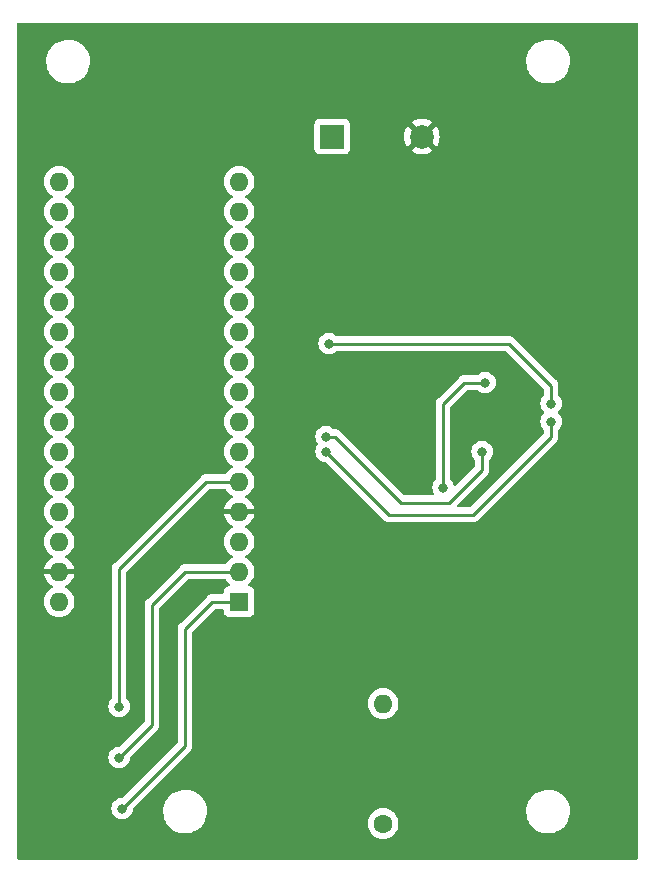
<source format=gbr>
%TF.GenerationSoftware,KiCad,Pcbnew,7.0.8*%
%TF.CreationDate,2023-12-02T15:31:10-08:00*%
%TF.ProjectId,LED_MAIN_BOARD_POWER,4c45445f-4d41-4494-9e5f-424f4152445f,rev?*%
%TF.SameCoordinates,Original*%
%TF.FileFunction,Copper,L2,Bot*%
%TF.FilePolarity,Positive*%
%FSLAX46Y46*%
G04 Gerber Fmt 4.6, Leading zero omitted, Abs format (unit mm)*
G04 Created by KiCad (PCBNEW 7.0.8) date 2023-12-02 15:31:10*
%MOMM*%
%LPD*%
G01*
G04 APERTURE LIST*
%TA.AperFunction,ComponentPad*%
%ADD10R,1.600000X1.600000*%
%TD*%
%TA.AperFunction,ComponentPad*%
%ADD11O,1.600000X1.600000*%
%TD*%
%TA.AperFunction,ComponentPad*%
%ADD12C,1.600000*%
%TD*%
%TA.AperFunction,ComponentPad*%
%ADD13R,2.000000X2.000000*%
%TD*%
%TA.AperFunction,ComponentPad*%
%ADD14C,2.000000*%
%TD*%
%TA.AperFunction,ViaPad*%
%ADD15C,0.800000*%
%TD*%
%TA.AperFunction,Conductor*%
%ADD16C,0.250000*%
%TD*%
G04 APERTURE END LIST*
D10*
%TO.P,A1,1,D1/TX*%
%TO.N,TIMER_PB_1*%
X173990000Y-107950000D03*
D11*
%TO.P,A1,2,D0/RX*%
%TO.N,TIMER_PB_0*%
X173990000Y-105410000D03*
%TO.P,A1,3,~{RESET}*%
%TO.N,unconnected-(A1-~{RESET}-Pad3)*%
X173990000Y-102870000D03*
%TO.P,A1,4,GND*%
%TO.N,GND*%
X173990000Y-100330000D03*
%TO.P,A1,5,D2*%
%TO.N,CTRL_0*%
X173990000Y-97790000D03*
%TO.P,A1,6,D3*%
%TO.N,BUZZ*%
X173990000Y-95250000D03*
%TO.P,A1,7,D4*%
%TO.N,SEL_D1*%
X173990000Y-92710000D03*
%TO.P,A1,8,D5*%
%TO.N,SEL_D2*%
X173990000Y-90170000D03*
%TO.P,A1,9,D6*%
%TO.N,SEL_D3*%
X173990000Y-87630000D03*
%TO.P,A1,10,D7*%
%TO.N,SEL_D0*%
X173990000Y-85090000D03*
%TO.P,A1,11,D8*%
%TO.N,DATA_0*%
X173990000Y-82550000D03*
%TO.P,A1,12,D9*%
%TO.N,DATA_1*%
X173990000Y-80010000D03*
%TO.P,A1,13,D10*%
%TO.N,DATA_2*%
X173990000Y-77470000D03*
%TO.P,A1,14,D11*%
%TO.N,DATA_3*%
X173990000Y-74930000D03*
%TO.P,A1,15,D12*%
%TO.N,PHASE*%
X173990000Y-72390000D03*
%TO.P,A1,16,D13*%
%TO.N,unconnected-(A1-D13-Pad16)*%
X158750000Y-72390000D03*
%TO.P,A1,17,3V3*%
%TO.N,unconnected-(A1-3V3-Pad17)*%
X158750000Y-74930000D03*
%TO.P,A1,18,AREF*%
%TO.N,+5V*%
X158750000Y-77470000D03*
%TO.P,A1,19,A0*%
%TO.N,unconnected-(A1-A0-Pad19)*%
X158750000Y-80010000D03*
%TO.P,A1,20,A1*%
%TO.N,unconnected-(A1-A1-Pad20)*%
X158750000Y-82550000D03*
%TO.P,A1,21,A2*%
%TO.N,unconnected-(A1-A2-Pad21)*%
X158750000Y-85090000D03*
%TO.P,A1,22,A3*%
%TO.N,unconnected-(A1-A3-Pad22)*%
X158750000Y-87630000D03*
%TO.P,A1,23,A4*%
%TO.N,unconnected-(A1-A4-Pad23)*%
X158750000Y-90170000D03*
%TO.P,A1,24,A5*%
%TO.N,unconnected-(A1-A5-Pad24)*%
X158750000Y-92710000D03*
%TO.P,A1,25,A6*%
%TO.N,unconnected-(A1-A6-Pad25)*%
X158750000Y-95250000D03*
%TO.P,A1,26,A7*%
%TO.N,unconnected-(A1-A7-Pad26)*%
X158750000Y-97790000D03*
%TO.P,A1,27,+5V*%
%TO.N,+5V*%
X158750000Y-100330000D03*
%TO.P,A1,28,~{RESET}*%
%TO.N,unconnected-(A1-~{RESET}-Pad28)*%
X158750000Y-102870000D03*
%TO.P,A1,29,GND*%
%TO.N,GND*%
X158750000Y-105410000D03*
%TO.P,A1,30,VIN*%
%TO.N,unconnected-(A1-VIN-Pad30)*%
X158750000Y-107950000D03*
%TD*%
D12*
%TO.P,L1,1,1*%
%TO.N,Net-(Vreg0-SW)*%
X186182000Y-126746000D03*
D11*
%TO.P,L1,2,2*%
%TO.N,+5V*%
X186182000Y-116586000D03*
%TD*%
D13*
%TO.P,BZ1,1,-*%
%TO.N,BUZZ*%
X181874000Y-68580000D03*
D14*
%TO.P,BZ1,2,+*%
%TO.N,GND*%
X189474000Y-68580000D03*
%TD*%
D15*
%TO.N,TIMER_PB_1*%
X164084000Y-125476000D03*
%TO.N,TIMER_PB_0*%
X163830000Y-121158000D03*
%TO.N,GND*%
X179070000Y-99060000D03*
X195326000Y-66802000D03*
X204470000Y-110236000D03*
X191008000Y-126238000D03*
X177612000Y-126172000D03*
X204978000Y-66802000D03*
X172466000Y-63500000D03*
X204978000Y-126238000D03*
X191008000Y-110236000D03*
X158242000Y-113284000D03*
X161290000Y-113284000D03*
X166370000Y-63500000D03*
X179070000Y-105410000D03*
X175768000Y-125222000D03*
%TO.N,CTRL_0*%
X163830000Y-116840000D03*
%TO.N,SEL_X_DISP_0*%
X194818000Y-89408000D03*
X191262000Y-98298000D03*
%TO.N,SEL_3_DISP_1*%
X200406000Y-91186000D03*
X181610000Y-86106000D03*
%TO.N,SEL_1_DISP_0*%
X194564000Y-95250000D03*
X181356000Y-93980000D03*
%TO.N,SEL_3_DISP_0*%
X181356000Y-95250000D03*
X200406000Y-92710000D03*
%TD*%
D16*
%TO.N,SEL_3_DISP_1*%
X200406000Y-89662000D02*
X200406000Y-91186000D01*
X196850000Y-86106000D02*
X200406000Y-89662000D01*
X181610000Y-86106000D02*
X196850000Y-86106000D01*
%TO.N,SEL_1_DISP_0*%
X191770000Y-99568000D02*
X194564000Y-96774000D01*
X187706000Y-99568000D02*
X191770000Y-99568000D01*
X194564000Y-96774000D02*
X194564000Y-95250000D01*
X182118000Y-93980000D02*
X187706000Y-99568000D01*
X181356000Y-93980000D02*
X182118000Y-93980000D01*
%TO.N,TIMER_PB_1*%
X164084000Y-125476000D02*
X169418000Y-120142000D01*
X171704000Y-107950000D02*
X173990000Y-107950000D01*
X169418000Y-120142000D02*
X169418000Y-110236000D01*
X169418000Y-110236000D02*
X171704000Y-107950000D01*
%TO.N,TIMER_PB_0*%
X173990000Y-105410000D02*
X169418000Y-105410000D01*
X169418000Y-105410000D02*
X166624000Y-108204000D01*
X166624000Y-118364000D02*
X163830000Y-121158000D01*
X166624000Y-108204000D02*
X166624000Y-118364000D01*
%TO.N,CTRL_0*%
X163830000Y-105156000D02*
X163830000Y-116840000D01*
X171196000Y-97790000D02*
X163830000Y-105156000D01*
X173990000Y-97790000D02*
X171196000Y-97790000D01*
%TO.N,SEL_X_DISP_0*%
X193040000Y-89408000D02*
X194818000Y-89408000D01*
X191262000Y-98298000D02*
X191262000Y-91186000D01*
X191262000Y-91186000D02*
X193040000Y-89408000D01*
%TO.N,SEL_3_DISP_0*%
X200406000Y-93980000D02*
X200406000Y-92710000D01*
X186690000Y-100584000D02*
X193802000Y-100584000D01*
X193802000Y-100584000D02*
X200406000Y-93980000D01*
X181356000Y-95250000D02*
X186690000Y-100584000D01*
%TD*%
%TA.AperFunction,Conductor*%
%TO.N,GND*%
G36*
X207714539Y-58948185D02*
G01*
X207760294Y-59000989D01*
X207771500Y-59052500D01*
X207771500Y-129669500D01*
X207751815Y-129736539D01*
X207699011Y-129782294D01*
X207647500Y-129793500D01*
X155318500Y-129793500D01*
X155251461Y-129773815D01*
X155205706Y-129721011D01*
X155194500Y-129669500D01*
X155194500Y-121158000D01*
X162924540Y-121158000D01*
X162944326Y-121346256D01*
X162944327Y-121346259D01*
X163002818Y-121526277D01*
X163002821Y-121526284D01*
X163097467Y-121690216D01*
X163224129Y-121830888D01*
X163377265Y-121942148D01*
X163377270Y-121942151D01*
X163550192Y-122019142D01*
X163550197Y-122019144D01*
X163735354Y-122058500D01*
X163735355Y-122058500D01*
X163924644Y-122058500D01*
X163924646Y-122058500D01*
X164109803Y-122019144D01*
X164282730Y-121942151D01*
X164435871Y-121830888D01*
X164562533Y-121690216D01*
X164657179Y-121526284D01*
X164715674Y-121346256D01*
X164733321Y-121178345D01*
X164759905Y-121113732D01*
X164768952Y-121103636D01*
X167007786Y-118864802D01*
X167020048Y-118854980D01*
X167019865Y-118854759D01*
X167025867Y-118849792D01*
X167025877Y-118849786D01*
X167073241Y-118799348D01*
X167094120Y-118778470D01*
X167098373Y-118772986D01*
X167102150Y-118768563D01*
X167134062Y-118734582D01*
X167143714Y-118717023D01*
X167154389Y-118700772D01*
X167166674Y-118684936D01*
X167185186Y-118642152D01*
X167187742Y-118636935D01*
X167210197Y-118596092D01*
X167215180Y-118576680D01*
X167221477Y-118558291D01*
X167229438Y-118539895D01*
X167236729Y-118493853D01*
X167237908Y-118488162D01*
X167249500Y-118443019D01*
X167249500Y-118422983D01*
X167251027Y-118403582D01*
X167254160Y-118383804D01*
X167249775Y-118337415D01*
X167249500Y-118331577D01*
X167249500Y-108514452D01*
X167269185Y-108447413D01*
X167285819Y-108426771D01*
X169640771Y-106071819D01*
X169702094Y-106038334D01*
X169728452Y-106035500D01*
X172775812Y-106035500D01*
X172842851Y-106055185D01*
X172877387Y-106088377D01*
X172989954Y-106249141D01*
X173150858Y-106410045D01*
X173175462Y-106427273D01*
X173219087Y-106481849D01*
X173226281Y-106551348D01*
X173194758Y-106613703D01*
X173134529Y-106649117D01*
X173117593Y-106652138D01*
X173082516Y-106655908D01*
X172947671Y-106706202D01*
X172947664Y-106706206D01*
X172832455Y-106792452D01*
X172832452Y-106792455D01*
X172746206Y-106907664D01*
X172746202Y-106907671D01*
X172695908Y-107042517D01*
X172689501Y-107102116D01*
X172689501Y-107102123D01*
X172689500Y-107102135D01*
X172689500Y-107200500D01*
X172669815Y-107267539D01*
X172617011Y-107313294D01*
X172565500Y-107324500D01*
X171786737Y-107324500D01*
X171771120Y-107322776D01*
X171771093Y-107323062D01*
X171763331Y-107322327D01*
X171694203Y-107324500D01*
X171664650Y-107324500D01*
X171663929Y-107324590D01*
X171657757Y-107325369D01*
X171651945Y-107325826D01*
X171605373Y-107327290D01*
X171605372Y-107327290D01*
X171586129Y-107332881D01*
X171567079Y-107336825D01*
X171547211Y-107339334D01*
X171547209Y-107339335D01*
X171503884Y-107356488D01*
X171498357Y-107358380D01*
X171453610Y-107371381D01*
X171453609Y-107371382D01*
X171436367Y-107381579D01*
X171418899Y-107390137D01*
X171400269Y-107397513D01*
X171400267Y-107397514D01*
X171362576Y-107424898D01*
X171357694Y-107428105D01*
X171317579Y-107451830D01*
X171303408Y-107466000D01*
X171288623Y-107478628D01*
X171272412Y-107490407D01*
X171242709Y-107526310D01*
X171238777Y-107530631D01*
X169034208Y-109735199D01*
X169021951Y-109745020D01*
X169022134Y-109745241D01*
X169016123Y-109750213D01*
X168968772Y-109800636D01*
X168947889Y-109821519D01*
X168947877Y-109821532D01*
X168943621Y-109827017D01*
X168939837Y-109831447D01*
X168907937Y-109865418D01*
X168907936Y-109865420D01*
X168898284Y-109882976D01*
X168887610Y-109899226D01*
X168875329Y-109915061D01*
X168875324Y-109915068D01*
X168856815Y-109957838D01*
X168854245Y-109963084D01*
X168831803Y-110003906D01*
X168826822Y-110023307D01*
X168820521Y-110041710D01*
X168812562Y-110060102D01*
X168812561Y-110060105D01*
X168805271Y-110106127D01*
X168804087Y-110111846D01*
X168792501Y-110156972D01*
X168792500Y-110156982D01*
X168792500Y-110177016D01*
X168790973Y-110196415D01*
X168787840Y-110216194D01*
X168787840Y-110216195D01*
X168792225Y-110262583D01*
X168792500Y-110268421D01*
X168792500Y-119831547D01*
X168772815Y-119898586D01*
X168756181Y-119919228D01*
X164136228Y-124539181D01*
X164074905Y-124572666D01*
X164048547Y-124575500D01*
X163989354Y-124575500D01*
X163956897Y-124582398D01*
X163804197Y-124614855D01*
X163804192Y-124614857D01*
X163631270Y-124691848D01*
X163631265Y-124691851D01*
X163478129Y-124803111D01*
X163351466Y-124943785D01*
X163256821Y-125107715D01*
X163256818Y-125107722D01*
X163198327Y-125287740D01*
X163198326Y-125287744D01*
X163178540Y-125476000D01*
X163198326Y-125664256D01*
X163198327Y-125664259D01*
X163256818Y-125844277D01*
X163256821Y-125844284D01*
X163351467Y-126008216D01*
X163478129Y-126148888D01*
X163631265Y-126260148D01*
X163631270Y-126260151D01*
X163804192Y-126337142D01*
X163804197Y-126337144D01*
X163989354Y-126376500D01*
X163989355Y-126376500D01*
X164178644Y-126376500D01*
X164178646Y-126376500D01*
X164363803Y-126337144D01*
X164536730Y-126260151D01*
X164689871Y-126148888D01*
X164816533Y-126008216D01*
X164911179Y-125844284D01*
X164926295Y-125797763D01*
X167563787Y-125797763D01*
X167593413Y-126067013D01*
X167593415Y-126067024D01*
X167661926Y-126329082D01*
X167661928Y-126329088D01*
X167767870Y-126578390D01*
X167839998Y-126696575D01*
X167908979Y-126809605D01*
X167908986Y-126809615D01*
X168082253Y-127017819D01*
X168082259Y-127017824D01*
X168283998Y-127198582D01*
X168509910Y-127348044D01*
X168755176Y-127463020D01*
X168755183Y-127463022D01*
X168755185Y-127463023D01*
X169014557Y-127541057D01*
X169014564Y-127541058D01*
X169014569Y-127541060D01*
X169282561Y-127580500D01*
X169282566Y-127580500D01*
X169485636Y-127580500D01*
X169537133Y-127576730D01*
X169688156Y-127565677D01*
X169800758Y-127540593D01*
X169952546Y-127506782D01*
X169952548Y-127506781D01*
X169952553Y-127506780D01*
X170205558Y-127410014D01*
X170441777Y-127277441D01*
X170656177Y-127111888D01*
X170844186Y-126916881D01*
X170966440Y-126746001D01*
X184876532Y-126746001D01*
X184896364Y-126972686D01*
X184896366Y-126972697D01*
X184955258Y-127192488D01*
X184955261Y-127192497D01*
X185051431Y-127398732D01*
X185051432Y-127398734D01*
X185181954Y-127585141D01*
X185342858Y-127746045D01*
X185342861Y-127746047D01*
X185529266Y-127876568D01*
X185735504Y-127972739D01*
X185955308Y-128031635D01*
X186117230Y-128045801D01*
X186181998Y-128051468D01*
X186182000Y-128051468D01*
X186182002Y-128051468D01*
X186238673Y-128046509D01*
X186408692Y-128031635D01*
X186628496Y-127972739D01*
X186834734Y-127876568D01*
X187021139Y-127746047D01*
X187182047Y-127585139D01*
X187312568Y-127398734D01*
X187408739Y-127192496D01*
X187467635Y-126972692D01*
X187487468Y-126746000D01*
X187467635Y-126519308D01*
X187408739Y-126299504D01*
X187312568Y-126093266D01*
X187182047Y-125906861D01*
X187182045Y-125906858D01*
X187072950Y-125797763D01*
X198297787Y-125797763D01*
X198327413Y-126067013D01*
X198327415Y-126067024D01*
X198395926Y-126329082D01*
X198395928Y-126329088D01*
X198501870Y-126578390D01*
X198573998Y-126696575D01*
X198642979Y-126809605D01*
X198642986Y-126809615D01*
X198816253Y-127017819D01*
X198816259Y-127017824D01*
X199017998Y-127198582D01*
X199243910Y-127348044D01*
X199489176Y-127463020D01*
X199489183Y-127463022D01*
X199489185Y-127463023D01*
X199748557Y-127541057D01*
X199748564Y-127541058D01*
X199748569Y-127541060D01*
X200016561Y-127580500D01*
X200016566Y-127580500D01*
X200219636Y-127580500D01*
X200271133Y-127576730D01*
X200422156Y-127565677D01*
X200534758Y-127540593D01*
X200686546Y-127506782D01*
X200686548Y-127506781D01*
X200686553Y-127506780D01*
X200939558Y-127410014D01*
X201175777Y-127277441D01*
X201390177Y-127111888D01*
X201578186Y-126916881D01*
X201735799Y-126696579D01*
X201826943Y-126519302D01*
X201859649Y-126455690D01*
X201859651Y-126455684D01*
X201859656Y-126455675D01*
X201947118Y-126199305D01*
X201996319Y-125932933D01*
X202006212Y-125662235D01*
X201976586Y-125392982D01*
X201908072Y-125130912D01*
X201802130Y-124881610D01*
X201661018Y-124650390D01*
X201631447Y-124614857D01*
X201487746Y-124442180D01*
X201487740Y-124442175D01*
X201286002Y-124261418D01*
X201060092Y-124111957D01*
X201060090Y-124111956D01*
X200814824Y-123996980D01*
X200814819Y-123996978D01*
X200814814Y-123996976D01*
X200555442Y-123918942D01*
X200555428Y-123918939D01*
X200439791Y-123901921D01*
X200287439Y-123879500D01*
X200084369Y-123879500D01*
X200084364Y-123879500D01*
X199881844Y-123894323D01*
X199881831Y-123894325D01*
X199617453Y-123953217D01*
X199617446Y-123953220D01*
X199364439Y-124049987D01*
X199128226Y-124182557D01*
X198913822Y-124348112D01*
X198725822Y-124543109D01*
X198725816Y-124543116D01*
X198568202Y-124763419D01*
X198568199Y-124763424D01*
X198444350Y-125004309D01*
X198444343Y-125004327D01*
X198356884Y-125260685D01*
X198356881Y-125260699D01*
X198351886Y-125287744D01*
X198309124Y-125519258D01*
X198307681Y-125527068D01*
X198307680Y-125527075D01*
X198297787Y-125797763D01*
X187072950Y-125797763D01*
X187021141Y-125745954D01*
X186834734Y-125615432D01*
X186834732Y-125615431D01*
X186628497Y-125519261D01*
X186628488Y-125519258D01*
X186408697Y-125460366D01*
X186408693Y-125460365D01*
X186408692Y-125460365D01*
X186408691Y-125460364D01*
X186408686Y-125460364D01*
X186182002Y-125440532D01*
X186181998Y-125440532D01*
X185955313Y-125460364D01*
X185955302Y-125460366D01*
X185735511Y-125519258D01*
X185735502Y-125519261D01*
X185529267Y-125615431D01*
X185529265Y-125615432D01*
X185342858Y-125745954D01*
X185181954Y-125906858D01*
X185051432Y-126093265D01*
X185051431Y-126093267D01*
X184955261Y-126299502D01*
X184955258Y-126299511D01*
X184896366Y-126519302D01*
X184896364Y-126519313D01*
X184876532Y-126745998D01*
X184876532Y-126746001D01*
X170966440Y-126746001D01*
X171001799Y-126696579D01*
X171092943Y-126519302D01*
X171125649Y-126455690D01*
X171125651Y-126455684D01*
X171125656Y-126455675D01*
X171213118Y-126199305D01*
X171262319Y-125932933D01*
X171272212Y-125662235D01*
X171242586Y-125392982D01*
X171174072Y-125130912D01*
X171068130Y-124881610D01*
X170927018Y-124650390D01*
X170897447Y-124614857D01*
X170753746Y-124442180D01*
X170753740Y-124442175D01*
X170552002Y-124261418D01*
X170326092Y-124111957D01*
X170326090Y-124111956D01*
X170080824Y-123996980D01*
X170080819Y-123996978D01*
X170080814Y-123996976D01*
X169821442Y-123918942D01*
X169821428Y-123918939D01*
X169705791Y-123901921D01*
X169553439Y-123879500D01*
X169350369Y-123879500D01*
X169350364Y-123879500D01*
X169147844Y-123894323D01*
X169147831Y-123894325D01*
X168883453Y-123953217D01*
X168883446Y-123953220D01*
X168630439Y-124049987D01*
X168394226Y-124182557D01*
X168179822Y-124348112D01*
X167991822Y-124543109D01*
X167991816Y-124543116D01*
X167834202Y-124763419D01*
X167834199Y-124763424D01*
X167710350Y-125004309D01*
X167710343Y-125004327D01*
X167622884Y-125260685D01*
X167622881Y-125260699D01*
X167617886Y-125287744D01*
X167575124Y-125519258D01*
X167573681Y-125527068D01*
X167573680Y-125527075D01*
X167563787Y-125797763D01*
X164926295Y-125797763D01*
X164969674Y-125664256D01*
X164987321Y-125496345D01*
X165013905Y-125431732D01*
X165022952Y-125421636D01*
X169801788Y-120642801D01*
X169814042Y-120632986D01*
X169813859Y-120632764D01*
X169819866Y-120627792D01*
X169819877Y-120627786D01*
X169850775Y-120594882D01*
X169867227Y-120577364D01*
X169877671Y-120566918D01*
X169888120Y-120556471D01*
X169892379Y-120550978D01*
X169896152Y-120546561D01*
X169928062Y-120512582D01*
X169937713Y-120495024D01*
X169948396Y-120478761D01*
X169960673Y-120462936D01*
X169979185Y-120420153D01*
X169981738Y-120414941D01*
X170004197Y-120374092D01*
X170009180Y-120354680D01*
X170015481Y-120336280D01*
X170023437Y-120317896D01*
X170030729Y-120271852D01*
X170031906Y-120266171D01*
X170043500Y-120221019D01*
X170043500Y-120200983D01*
X170045027Y-120181582D01*
X170048160Y-120161804D01*
X170043775Y-120115415D01*
X170043500Y-120109577D01*
X170043500Y-116586001D01*
X184876532Y-116586001D01*
X184896364Y-116812686D01*
X184896366Y-116812697D01*
X184955258Y-117032488D01*
X184955261Y-117032497D01*
X185051431Y-117238732D01*
X185051432Y-117238734D01*
X185181954Y-117425141D01*
X185342858Y-117586045D01*
X185342861Y-117586047D01*
X185529266Y-117716568D01*
X185735504Y-117812739D01*
X185955308Y-117871635D01*
X186117230Y-117885801D01*
X186181998Y-117891468D01*
X186182000Y-117891468D01*
X186182002Y-117891468D01*
X186238673Y-117886509D01*
X186408692Y-117871635D01*
X186628496Y-117812739D01*
X186834734Y-117716568D01*
X187021139Y-117586047D01*
X187182047Y-117425139D01*
X187312568Y-117238734D01*
X187408739Y-117032496D01*
X187467635Y-116812692D01*
X187487468Y-116586000D01*
X187467635Y-116359308D01*
X187414577Y-116161292D01*
X187408741Y-116139511D01*
X187408738Y-116139502D01*
X187312568Y-115933267D01*
X187312567Y-115933265D01*
X187182045Y-115746858D01*
X187021141Y-115585954D01*
X186834734Y-115455432D01*
X186834732Y-115455431D01*
X186628497Y-115359261D01*
X186628488Y-115359258D01*
X186408697Y-115300366D01*
X186408693Y-115300365D01*
X186408692Y-115300365D01*
X186408691Y-115300364D01*
X186408686Y-115300364D01*
X186182002Y-115280532D01*
X186181998Y-115280532D01*
X185955313Y-115300364D01*
X185955302Y-115300366D01*
X185735511Y-115359258D01*
X185735502Y-115359261D01*
X185529267Y-115455431D01*
X185529265Y-115455432D01*
X185342858Y-115585954D01*
X185181954Y-115746858D01*
X185051432Y-115933265D01*
X185051431Y-115933267D01*
X184955261Y-116139502D01*
X184955258Y-116139511D01*
X184896366Y-116359302D01*
X184896364Y-116359313D01*
X184876532Y-116585998D01*
X184876532Y-116586001D01*
X170043500Y-116586001D01*
X170043500Y-110546452D01*
X170063185Y-110479413D01*
X170079819Y-110458771D01*
X171926772Y-108611819D01*
X171988095Y-108578334D01*
X172014453Y-108575500D01*
X172565501Y-108575500D01*
X172632540Y-108595185D01*
X172678295Y-108647989D01*
X172689501Y-108699500D01*
X172689501Y-108797876D01*
X172695908Y-108857483D01*
X172746202Y-108992328D01*
X172746206Y-108992335D01*
X172832452Y-109107544D01*
X172832455Y-109107547D01*
X172947664Y-109193793D01*
X172947671Y-109193797D01*
X173082517Y-109244091D01*
X173082516Y-109244091D01*
X173089444Y-109244835D01*
X173142127Y-109250500D01*
X174837872Y-109250499D01*
X174897483Y-109244091D01*
X175032331Y-109193796D01*
X175147546Y-109107546D01*
X175233796Y-108992331D01*
X175284091Y-108857483D01*
X175290500Y-108797873D01*
X175290499Y-107102128D01*
X175284091Y-107042517D01*
X175249567Y-106949954D01*
X175233797Y-106907671D01*
X175233793Y-106907664D01*
X175147547Y-106792455D01*
X175147544Y-106792452D01*
X175032335Y-106706206D01*
X175032328Y-106706202D01*
X174897482Y-106655908D01*
X174897483Y-106655908D01*
X174862404Y-106652137D01*
X174797853Y-106625399D01*
X174758005Y-106568006D01*
X174755512Y-106498181D01*
X174791165Y-106438092D01*
X174804539Y-106427272D01*
X174829140Y-106410046D01*
X174990045Y-106249141D01*
X174990047Y-106249139D01*
X175120568Y-106062734D01*
X175216739Y-105856496D01*
X175275635Y-105636692D01*
X175295468Y-105410000D01*
X175275635Y-105183308D01*
X175216739Y-104963504D01*
X175120568Y-104757266D01*
X174990047Y-104570861D01*
X174990045Y-104570858D01*
X174829141Y-104409954D01*
X174642734Y-104279432D01*
X174642728Y-104279429D01*
X174584725Y-104252382D01*
X174532285Y-104206210D01*
X174513133Y-104139017D01*
X174533348Y-104072135D01*
X174584725Y-104027618D01*
X174642734Y-104000568D01*
X174829139Y-103870047D01*
X174990047Y-103709139D01*
X175120568Y-103522734D01*
X175216739Y-103316496D01*
X175275635Y-103096692D01*
X175295468Y-102870000D01*
X175275635Y-102643308D01*
X175216739Y-102423504D01*
X175120568Y-102217266D01*
X174990047Y-102030861D01*
X174990045Y-102030858D01*
X174829141Y-101869954D01*
X174642734Y-101739432D01*
X174642732Y-101739431D01*
X174584725Y-101712382D01*
X174584132Y-101712105D01*
X174531694Y-101665934D01*
X174512542Y-101598740D01*
X174532758Y-101531859D01*
X174584134Y-101487341D01*
X174642484Y-101460132D01*
X174828820Y-101329657D01*
X174989657Y-101168820D01*
X175120134Y-100982482D01*
X175216265Y-100776326D01*
X175216269Y-100776317D01*
X175268872Y-100580000D01*
X174423686Y-100580000D01*
X174449493Y-100539844D01*
X174490000Y-100401889D01*
X174490000Y-100258111D01*
X174449493Y-100120156D01*
X174423686Y-100080000D01*
X175268872Y-100080000D01*
X175268872Y-100079999D01*
X175216269Y-99883682D01*
X175216265Y-99883673D01*
X175120134Y-99677517D01*
X174989657Y-99491179D01*
X174828820Y-99330342D01*
X174642482Y-99199865D01*
X174584133Y-99172657D01*
X174531694Y-99126484D01*
X174512542Y-99059291D01*
X174532758Y-98992410D01*
X174584129Y-98947895D01*
X174642734Y-98920568D01*
X174829139Y-98790047D01*
X174990047Y-98629139D01*
X175120568Y-98442734D01*
X175216739Y-98236496D01*
X175275635Y-98016692D01*
X175295468Y-97790000D01*
X175275635Y-97563308D01*
X175216739Y-97343504D01*
X175120568Y-97137266D01*
X174990047Y-96950861D01*
X174990045Y-96950858D01*
X174829141Y-96789954D01*
X174642734Y-96659432D01*
X174642728Y-96659429D01*
X174584725Y-96632382D01*
X174532285Y-96586210D01*
X174513133Y-96519017D01*
X174533348Y-96452135D01*
X174584725Y-96407618D01*
X174642734Y-96380568D01*
X174829139Y-96250047D01*
X174990047Y-96089139D01*
X175120568Y-95902734D01*
X175216739Y-95696496D01*
X175275635Y-95476692D01*
X175295468Y-95250000D01*
X180450540Y-95250000D01*
X180470326Y-95438256D01*
X180470327Y-95438259D01*
X180528818Y-95618277D01*
X180528821Y-95618284D01*
X180623467Y-95782216D01*
X180731982Y-95902734D01*
X180750129Y-95922888D01*
X180903265Y-96034148D01*
X180903270Y-96034151D01*
X181076192Y-96111142D01*
X181076197Y-96111144D01*
X181261354Y-96150500D01*
X181320548Y-96150500D01*
X181387587Y-96170185D01*
X181408229Y-96186819D01*
X186189197Y-100967788D01*
X186199022Y-100980051D01*
X186199243Y-100979869D01*
X186204214Y-100985878D01*
X186225043Y-101005437D01*
X186254635Y-101033226D01*
X186275529Y-101054120D01*
X186281011Y-101058373D01*
X186285443Y-101062157D01*
X186319418Y-101094062D01*
X186336976Y-101103714D01*
X186353235Y-101114395D01*
X186369064Y-101126673D01*
X186411838Y-101145182D01*
X186417056Y-101147738D01*
X186457908Y-101170197D01*
X186477316Y-101175180D01*
X186495717Y-101181480D01*
X186514104Y-101189437D01*
X186557488Y-101196308D01*
X186560119Y-101196725D01*
X186565839Y-101197909D01*
X186610981Y-101209500D01*
X186631016Y-101209500D01*
X186650414Y-101211026D01*
X186670194Y-101214159D01*
X186670195Y-101214160D01*
X186670195Y-101214159D01*
X186670196Y-101214160D01*
X186716584Y-101209775D01*
X186722422Y-101209500D01*
X193719257Y-101209500D01*
X193734877Y-101211224D01*
X193734904Y-101210939D01*
X193742660Y-101211671D01*
X193742667Y-101211673D01*
X193811814Y-101209500D01*
X193841350Y-101209500D01*
X193848228Y-101208630D01*
X193854041Y-101208172D01*
X193900627Y-101206709D01*
X193919869Y-101201117D01*
X193938912Y-101197174D01*
X193958792Y-101194664D01*
X194002122Y-101177507D01*
X194007646Y-101175617D01*
X194011396Y-101174527D01*
X194052390Y-101162618D01*
X194069629Y-101152422D01*
X194087103Y-101143862D01*
X194105727Y-101136488D01*
X194105727Y-101136487D01*
X194105732Y-101136486D01*
X194143449Y-101109082D01*
X194148305Y-101105892D01*
X194188420Y-101082170D01*
X194202589Y-101067999D01*
X194217379Y-101055368D01*
X194233587Y-101043594D01*
X194263299Y-101007676D01*
X194267212Y-101003376D01*
X200789788Y-94480801D01*
X200802042Y-94470986D01*
X200801859Y-94470764D01*
X200807866Y-94465792D01*
X200807877Y-94465786D01*
X200838775Y-94432882D01*
X200855227Y-94415364D01*
X200865671Y-94404918D01*
X200876120Y-94394471D01*
X200880379Y-94388978D01*
X200884152Y-94384561D01*
X200916062Y-94350582D01*
X200925713Y-94333024D01*
X200936396Y-94316761D01*
X200948673Y-94300936D01*
X200967185Y-94258153D01*
X200969738Y-94252941D01*
X200992197Y-94212092D01*
X200997180Y-94192680D01*
X201003481Y-94174280D01*
X201011437Y-94155896D01*
X201018729Y-94109852D01*
X201019906Y-94104171D01*
X201031500Y-94059019D01*
X201031500Y-94038983D01*
X201033027Y-94019582D01*
X201036160Y-93999804D01*
X201031775Y-93953415D01*
X201031500Y-93947577D01*
X201031500Y-93408687D01*
X201051185Y-93341648D01*
X201063350Y-93325715D01*
X201081891Y-93305122D01*
X201138533Y-93242216D01*
X201233179Y-93078284D01*
X201291674Y-92898256D01*
X201311460Y-92710000D01*
X201291674Y-92521744D01*
X201233179Y-92341716D01*
X201138533Y-92177784D01*
X201011871Y-92037112D01*
X201011870Y-92037111D01*
X201007522Y-92032282D01*
X201009372Y-92030616D01*
X200978597Y-91980667D01*
X200979925Y-91910810D01*
X201009211Y-91865239D01*
X201007522Y-91863718D01*
X201011871Y-91858888D01*
X201138533Y-91718216D01*
X201233179Y-91554284D01*
X201291674Y-91374256D01*
X201311460Y-91186000D01*
X201291674Y-90997744D01*
X201233179Y-90817716D01*
X201138533Y-90653784D01*
X201104959Y-90616496D01*
X201063350Y-90570284D01*
X201033120Y-90507292D01*
X201031500Y-90487312D01*
X201031500Y-89744737D01*
X201033224Y-89729123D01*
X201032938Y-89729096D01*
X201033672Y-89721333D01*
X201031500Y-89652202D01*
X201031500Y-89622651D01*
X201031500Y-89622650D01*
X201030629Y-89615759D01*
X201030172Y-89609945D01*
X201028709Y-89563374D01*
X201028709Y-89563372D01*
X201023120Y-89544137D01*
X201019174Y-89525084D01*
X201016664Y-89505208D01*
X200999501Y-89461859D01*
X200997614Y-89456346D01*
X200984617Y-89411610D01*
X200984616Y-89411608D01*
X200974421Y-89394369D01*
X200965860Y-89376893D01*
X200958486Y-89358269D01*
X200958486Y-89358267D01*
X200948474Y-89344488D01*
X200931083Y-89320550D01*
X200927900Y-89315705D01*
X200904170Y-89275579D01*
X200904165Y-89275573D01*
X200890005Y-89261413D01*
X200877370Y-89246620D01*
X200865593Y-89230412D01*
X200829693Y-89200713D01*
X200825381Y-89196790D01*
X197350803Y-85722212D01*
X197340980Y-85709950D01*
X197340759Y-85710134D01*
X197335786Y-85704123D01*
X197285364Y-85656773D01*
X197274919Y-85646328D01*
X197264475Y-85635883D01*
X197258986Y-85631625D01*
X197254561Y-85627847D01*
X197220582Y-85595938D01*
X197220580Y-85595936D01*
X197220577Y-85595935D01*
X197203029Y-85586288D01*
X197186763Y-85575604D01*
X197170933Y-85563325D01*
X197128168Y-85544818D01*
X197122922Y-85542248D01*
X197082093Y-85519803D01*
X197082092Y-85519802D01*
X197062693Y-85514822D01*
X197044281Y-85508518D01*
X197025898Y-85500562D01*
X197025892Y-85500560D01*
X196979874Y-85493272D01*
X196974152Y-85492087D01*
X196929021Y-85480500D01*
X196929019Y-85480500D01*
X196908984Y-85480500D01*
X196889586Y-85478973D01*
X196882162Y-85477797D01*
X196869805Y-85475840D01*
X196869804Y-85475840D01*
X196823416Y-85480225D01*
X196817578Y-85480500D01*
X182313748Y-85480500D01*
X182246709Y-85460815D01*
X182221600Y-85439474D01*
X182215873Y-85433114D01*
X182215869Y-85433110D01*
X182062734Y-85321851D01*
X182062729Y-85321848D01*
X181889807Y-85244857D01*
X181889802Y-85244855D01*
X181744001Y-85213865D01*
X181704646Y-85205500D01*
X181515354Y-85205500D01*
X181482897Y-85212398D01*
X181330197Y-85244855D01*
X181330192Y-85244857D01*
X181157270Y-85321848D01*
X181157265Y-85321851D01*
X181004129Y-85433111D01*
X180877466Y-85573785D01*
X180782821Y-85737715D01*
X180782818Y-85737722D01*
X180724327Y-85917740D01*
X180724326Y-85917744D01*
X180704540Y-86106000D01*
X180724326Y-86294256D01*
X180724327Y-86294259D01*
X180782818Y-86474277D01*
X180782821Y-86474284D01*
X180877467Y-86638216D01*
X180979185Y-86751185D01*
X181004129Y-86778888D01*
X181157265Y-86890148D01*
X181157270Y-86890151D01*
X181330192Y-86967142D01*
X181330197Y-86967144D01*
X181515354Y-87006500D01*
X181515355Y-87006500D01*
X181704644Y-87006500D01*
X181704646Y-87006500D01*
X181889803Y-86967144D01*
X182062730Y-86890151D01*
X182215871Y-86778888D01*
X182218788Y-86775647D01*
X182221600Y-86772526D01*
X182281087Y-86735879D01*
X182313748Y-86731500D01*
X196539548Y-86731500D01*
X196606587Y-86751185D01*
X196627229Y-86767819D01*
X199744181Y-89884771D01*
X199777666Y-89946094D01*
X199780500Y-89972452D01*
X199780500Y-90487312D01*
X199760815Y-90554351D01*
X199748650Y-90570284D01*
X199673466Y-90653784D01*
X199578821Y-90817715D01*
X199578818Y-90817722D01*
X199520327Y-90997740D01*
X199520326Y-90997744D01*
X199500540Y-91186000D01*
X199520326Y-91374256D01*
X199520327Y-91374259D01*
X199578818Y-91554277D01*
X199578821Y-91554284D01*
X199673467Y-91718216D01*
X199800129Y-91858888D01*
X199804478Y-91863718D01*
X199802633Y-91865378D01*
X199833413Y-91915374D01*
X199832061Y-91985230D01*
X199802796Y-92030767D01*
X199804478Y-92032282D01*
X199673466Y-92177785D01*
X199578821Y-92341715D01*
X199578818Y-92341722D01*
X199532813Y-92483313D01*
X199520326Y-92521744D01*
X199500540Y-92710000D01*
X199520326Y-92898256D01*
X199520327Y-92898259D01*
X199578818Y-93078277D01*
X199578821Y-93078284D01*
X199673467Y-93242216D01*
X199716772Y-93290310D01*
X199748650Y-93325715D01*
X199778880Y-93388706D01*
X199780500Y-93408687D01*
X199780500Y-93669547D01*
X199760815Y-93736586D01*
X199744181Y-93757228D01*
X193579228Y-99922181D01*
X193517905Y-99955666D01*
X193491547Y-99958500D01*
X192563452Y-99958500D01*
X192496413Y-99938815D01*
X192450658Y-99886011D01*
X192440714Y-99816853D01*
X192469739Y-99753297D01*
X192475771Y-99746819D01*
X193050208Y-99172382D01*
X194947786Y-97274802D01*
X194960048Y-97264980D01*
X194959865Y-97264759D01*
X194965867Y-97259792D01*
X194965877Y-97259786D01*
X195013241Y-97209348D01*
X195034120Y-97188470D01*
X195038373Y-97182986D01*
X195042150Y-97178563D01*
X195074062Y-97144582D01*
X195083714Y-97127023D01*
X195094389Y-97110772D01*
X195106674Y-97094936D01*
X195125186Y-97052152D01*
X195127742Y-97046935D01*
X195150197Y-97006092D01*
X195155180Y-96986680D01*
X195161477Y-96968291D01*
X195169438Y-96949895D01*
X195176729Y-96903853D01*
X195177908Y-96898162D01*
X195189500Y-96853019D01*
X195189500Y-96832983D01*
X195191027Y-96813582D01*
X195194160Y-96793804D01*
X195189775Y-96747415D01*
X195189500Y-96741577D01*
X195189500Y-95948687D01*
X195209185Y-95881648D01*
X195221350Y-95865715D01*
X195239891Y-95845122D01*
X195296533Y-95782216D01*
X195391179Y-95618284D01*
X195449674Y-95438256D01*
X195469460Y-95250000D01*
X195449674Y-95061744D01*
X195391179Y-94881716D01*
X195296533Y-94717784D01*
X195169871Y-94577112D01*
X195107821Y-94532030D01*
X195016734Y-94465851D01*
X195016729Y-94465848D01*
X194843807Y-94388857D01*
X194843802Y-94388855D01*
X194698001Y-94357865D01*
X194658646Y-94349500D01*
X194469354Y-94349500D01*
X194436897Y-94356398D01*
X194284197Y-94388855D01*
X194284192Y-94388857D01*
X194111270Y-94465848D01*
X194111265Y-94465851D01*
X193958129Y-94577111D01*
X193831466Y-94717785D01*
X193736821Y-94881715D01*
X193736818Y-94881722D01*
X193690813Y-95023313D01*
X193678326Y-95061744D01*
X193658540Y-95250000D01*
X193678326Y-95438256D01*
X193678327Y-95438259D01*
X193736818Y-95618277D01*
X193736821Y-95618284D01*
X193831467Y-95782216D01*
X193874772Y-95830310D01*
X193906650Y-95865715D01*
X193936880Y-95928706D01*
X193938500Y-95948687D01*
X193938500Y-96463546D01*
X193918815Y-96530585D01*
X193902181Y-96551227D01*
X192338820Y-98114587D01*
X192277497Y-98148072D01*
X192207805Y-98143088D01*
X192151872Y-98101216D01*
X192133208Y-98065224D01*
X192089181Y-97929721D01*
X192089178Y-97929715D01*
X191994533Y-97765784D01*
X191919350Y-97682284D01*
X191889120Y-97619292D01*
X191887500Y-97599312D01*
X191887500Y-91496452D01*
X191907185Y-91429413D01*
X191923819Y-91408771D01*
X193262771Y-90069819D01*
X193324094Y-90036334D01*
X193350452Y-90033500D01*
X194114252Y-90033500D01*
X194181291Y-90053185D01*
X194206400Y-90074526D01*
X194212126Y-90080885D01*
X194212130Y-90080889D01*
X194365265Y-90192148D01*
X194365270Y-90192151D01*
X194538192Y-90269142D01*
X194538197Y-90269144D01*
X194723354Y-90308500D01*
X194723355Y-90308500D01*
X194912644Y-90308500D01*
X194912646Y-90308500D01*
X195097803Y-90269144D01*
X195270730Y-90192151D01*
X195423871Y-90080888D01*
X195550533Y-89940216D01*
X195645179Y-89776284D01*
X195703674Y-89596256D01*
X195723460Y-89408000D01*
X195703674Y-89219744D01*
X195645179Y-89039716D01*
X195550533Y-88875784D01*
X195423871Y-88735112D01*
X195423870Y-88735111D01*
X195270734Y-88623851D01*
X195270729Y-88623848D01*
X195097807Y-88546857D01*
X195097802Y-88546855D01*
X194952001Y-88515865D01*
X194912646Y-88507500D01*
X194723354Y-88507500D01*
X194690897Y-88514398D01*
X194538197Y-88546855D01*
X194538192Y-88546857D01*
X194365270Y-88623848D01*
X194365265Y-88623851D01*
X194212130Y-88735110D01*
X194212126Y-88735114D01*
X194206400Y-88741474D01*
X194146913Y-88778121D01*
X194114252Y-88782500D01*
X193122743Y-88782500D01*
X193107122Y-88780775D01*
X193107095Y-88781061D01*
X193099333Y-88780326D01*
X193030172Y-88782500D01*
X193000649Y-88782500D01*
X192993778Y-88783367D01*
X192987959Y-88783825D01*
X192941374Y-88785289D01*
X192941368Y-88785290D01*
X192922126Y-88790880D01*
X192903087Y-88794823D01*
X192883217Y-88797334D01*
X192883203Y-88797337D01*
X192839883Y-88814488D01*
X192834358Y-88816380D01*
X192789613Y-88829380D01*
X192789610Y-88829381D01*
X192772366Y-88839579D01*
X192754905Y-88848133D01*
X192736274Y-88855510D01*
X192736262Y-88855517D01*
X192698570Y-88882902D01*
X192693687Y-88886109D01*
X192653580Y-88909829D01*
X192639414Y-88923995D01*
X192624624Y-88936627D01*
X192608414Y-88948404D01*
X192608411Y-88948407D01*
X192578710Y-88984309D01*
X192574777Y-88988631D01*
X190878208Y-90685199D01*
X190865951Y-90695020D01*
X190866134Y-90695241D01*
X190860123Y-90700213D01*
X190812772Y-90750636D01*
X190791889Y-90771519D01*
X190791877Y-90771532D01*
X190787621Y-90777017D01*
X190783837Y-90781447D01*
X190751937Y-90815418D01*
X190751936Y-90815420D01*
X190742284Y-90832976D01*
X190731610Y-90849226D01*
X190719329Y-90865061D01*
X190719324Y-90865068D01*
X190700815Y-90907838D01*
X190698245Y-90913084D01*
X190675803Y-90953906D01*
X190670822Y-90973307D01*
X190664521Y-90991710D01*
X190656562Y-91010102D01*
X190656561Y-91010105D01*
X190649271Y-91056127D01*
X190648087Y-91061846D01*
X190636501Y-91106972D01*
X190636500Y-91106982D01*
X190636500Y-91127016D01*
X190634973Y-91146415D01*
X190631840Y-91166194D01*
X190631840Y-91166195D01*
X190636225Y-91212583D01*
X190636500Y-91218421D01*
X190636500Y-97599312D01*
X190616815Y-97666351D01*
X190604650Y-97682284D01*
X190529466Y-97765784D01*
X190434821Y-97929715D01*
X190434818Y-97929722D01*
X190379097Y-98101216D01*
X190376326Y-98109744D01*
X190356540Y-98298000D01*
X190376326Y-98486256D01*
X190376327Y-98486259D01*
X190434818Y-98666277D01*
X190434821Y-98666284D01*
X190486907Y-98756500D01*
X190503380Y-98824401D01*
X190480527Y-98890427D01*
X190425606Y-98933618D01*
X190379520Y-98942500D01*
X188016453Y-98942500D01*
X187949414Y-98922815D01*
X187928772Y-98906181D01*
X182618803Y-93596212D01*
X182608980Y-93583950D01*
X182608759Y-93584134D01*
X182603786Y-93578123D01*
X182553364Y-93530773D01*
X182542919Y-93520328D01*
X182532475Y-93509883D01*
X182526986Y-93505625D01*
X182522561Y-93501847D01*
X182488582Y-93469938D01*
X182488580Y-93469936D01*
X182488577Y-93469935D01*
X182471029Y-93460288D01*
X182454763Y-93449604D01*
X182438933Y-93437325D01*
X182396168Y-93418818D01*
X182390922Y-93416248D01*
X182350093Y-93393803D01*
X182350092Y-93393802D01*
X182330693Y-93388822D01*
X182312281Y-93382518D01*
X182293898Y-93374562D01*
X182293892Y-93374560D01*
X182247874Y-93367272D01*
X182242152Y-93366087D01*
X182197021Y-93354500D01*
X182197019Y-93354500D01*
X182176984Y-93354500D01*
X182157586Y-93352973D01*
X182150162Y-93351797D01*
X182137805Y-93349840D01*
X182137804Y-93349840D01*
X182091416Y-93354225D01*
X182085578Y-93354500D01*
X182059748Y-93354500D01*
X181992709Y-93334815D01*
X181967600Y-93313474D01*
X181961873Y-93307114D01*
X181961869Y-93307110D01*
X181808734Y-93195851D01*
X181808729Y-93195848D01*
X181635807Y-93118857D01*
X181635802Y-93118855D01*
X181490001Y-93087865D01*
X181450646Y-93079500D01*
X181261354Y-93079500D01*
X181228897Y-93086398D01*
X181076197Y-93118855D01*
X181076192Y-93118857D01*
X180903270Y-93195848D01*
X180903265Y-93195851D01*
X180750129Y-93307111D01*
X180623466Y-93447785D01*
X180528821Y-93611715D01*
X180528818Y-93611722D01*
X180488248Y-93736586D01*
X180470326Y-93791744D01*
X180450540Y-93980000D01*
X180470326Y-94168256D01*
X180470327Y-94168259D01*
X180528818Y-94348277D01*
X180528821Y-94348284D01*
X180623467Y-94512216D01*
X180633806Y-94523699D01*
X180641307Y-94532030D01*
X180671535Y-94595022D01*
X180662909Y-94664357D01*
X180641307Y-94697970D01*
X180623466Y-94717785D01*
X180528821Y-94881715D01*
X180528818Y-94881722D01*
X180482813Y-95023313D01*
X180470326Y-95061744D01*
X180450540Y-95250000D01*
X175295468Y-95250000D01*
X175275635Y-95023308D01*
X175216739Y-94803504D01*
X175120568Y-94597266D01*
X174990047Y-94410861D01*
X174990045Y-94410858D01*
X174829141Y-94249954D01*
X174642734Y-94119432D01*
X174642728Y-94119429D01*
X174584725Y-94092382D01*
X174532285Y-94046210D01*
X174513133Y-93979017D01*
X174533348Y-93912135D01*
X174584725Y-93867618D01*
X174642734Y-93840568D01*
X174829139Y-93710047D01*
X174990047Y-93549139D01*
X175120568Y-93362734D01*
X175216739Y-93156496D01*
X175275635Y-92936692D01*
X175295468Y-92710000D01*
X175275635Y-92483308D01*
X175216739Y-92263504D01*
X175120568Y-92057266D01*
X174990047Y-91870861D01*
X174990045Y-91870858D01*
X174829141Y-91709954D01*
X174642734Y-91579432D01*
X174642728Y-91579429D01*
X174584725Y-91552382D01*
X174532285Y-91506210D01*
X174513133Y-91439017D01*
X174533348Y-91372135D01*
X174584725Y-91327618D01*
X174642734Y-91300568D01*
X174829139Y-91170047D01*
X174990047Y-91009139D01*
X175120568Y-90822734D01*
X175216739Y-90616496D01*
X175275635Y-90396692D01*
X175295468Y-90170000D01*
X175275635Y-89943308D01*
X175222428Y-89744737D01*
X175216741Y-89723511D01*
X175216738Y-89723502D01*
X175169710Y-89622651D01*
X175120568Y-89517266D01*
X174990047Y-89330861D01*
X174990045Y-89330858D01*
X174829141Y-89169954D01*
X174642734Y-89039432D01*
X174642728Y-89039429D01*
X174584725Y-89012382D01*
X174532285Y-88966210D01*
X174513133Y-88899017D01*
X174533348Y-88832135D01*
X174584725Y-88787618D01*
X174642734Y-88760568D01*
X174829139Y-88630047D01*
X174990047Y-88469139D01*
X175120568Y-88282734D01*
X175216739Y-88076496D01*
X175275635Y-87856692D01*
X175295468Y-87630000D01*
X175275635Y-87403308D01*
X175216739Y-87183504D01*
X175120568Y-86977266D01*
X174990047Y-86790861D01*
X174990045Y-86790858D01*
X174829141Y-86629954D01*
X174642734Y-86499432D01*
X174642728Y-86499429D01*
X174584725Y-86472382D01*
X174532285Y-86426210D01*
X174513133Y-86359017D01*
X174533348Y-86292135D01*
X174584725Y-86247618D01*
X174642734Y-86220568D01*
X174829139Y-86090047D01*
X174990047Y-85929139D01*
X175120568Y-85742734D01*
X175216739Y-85536496D01*
X175275635Y-85316692D01*
X175295468Y-85090000D01*
X175275635Y-84863308D01*
X175216739Y-84643504D01*
X175120568Y-84437266D01*
X174990047Y-84250861D01*
X174990045Y-84250858D01*
X174829141Y-84089954D01*
X174642734Y-83959432D01*
X174642728Y-83959429D01*
X174584725Y-83932382D01*
X174532285Y-83886210D01*
X174513133Y-83819017D01*
X174533348Y-83752135D01*
X174584725Y-83707618D01*
X174642734Y-83680568D01*
X174829139Y-83550047D01*
X174990047Y-83389139D01*
X175120568Y-83202734D01*
X175216739Y-82996496D01*
X175275635Y-82776692D01*
X175295468Y-82550000D01*
X175275635Y-82323308D01*
X175216739Y-82103504D01*
X175120568Y-81897266D01*
X174990047Y-81710861D01*
X174990045Y-81710858D01*
X174829141Y-81549954D01*
X174642734Y-81419432D01*
X174642728Y-81419429D01*
X174584725Y-81392382D01*
X174532285Y-81346210D01*
X174513133Y-81279017D01*
X174533348Y-81212135D01*
X174584725Y-81167618D01*
X174642734Y-81140568D01*
X174829139Y-81010047D01*
X174990047Y-80849139D01*
X175120568Y-80662734D01*
X175216739Y-80456496D01*
X175275635Y-80236692D01*
X175295468Y-80010000D01*
X175275635Y-79783308D01*
X175216739Y-79563504D01*
X175120568Y-79357266D01*
X174990047Y-79170861D01*
X174990045Y-79170858D01*
X174829141Y-79009954D01*
X174642734Y-78879432D01*
X174642728Y-78879429D01*
X174584725Y-78852382D01*
X174532285Y-78806210D01*
X174513133Y-78739017D01*
X174533348Y-78672135D01*
X174584725Y-78627618D01*
X174642734Y-78600568D01*
X174829139Y-78470047D01*
X174990047Y-78309139D01*
X175120568Y-78122734D01*
X175216739Y-77916496D01*
X175275635Y-77696692D01*
X175295468Y-77470000D01*
X175275635Y-77243308D01*
X175216739Y-77023504D01*
X175120568Y-76817266D01*
X174990047Y-76630861D01*
X174990045Y-76630858D01*
X174829141Y-76469954D01*
X174642734Y-76339432D01*
X174642728Y-76339429D01*
X174584725Y-76312382D01*
X174532285Y-76266210D01*
X174513133Y-76199017D01*
X174533348Y-76132135D01*
X174584725Y-76087618D01*
X174642734Y-76060568D01*
X174829139Y-75930047D01*
X174990047Y-75769139D01*
X175120568Y-75582734D01*
X175216739Y-75376496D01*
X175275635Y-75156692D01*
X175295468Y-74930000D01*
X175275635Y-74703308D01*
X175216739Y-74483504D01*
X175120568Y-74277266D01*
X174990047Y-74090861D01*
X174990045Y-74090858D01*
X174829141Y-73929954D01*
X174642734Y-73799432D01*
X174642728Y-73799429D01*
X174584725Y-73772382D01*
X174532285Y-73726210D01*
X174513133Y-73659017D01*
X174533348Y-73592135D01*
X174584725Y-73547618D01*
X174642734Y-73520568D01*
X174829139Y-73390047D01*
X174990047Y-73229139D01*
X175120568Y-73042734D01*
X175216739Y-72836496D01*
X175275635Y-72616692D01*
X175295468Y-72390000D01*
X175275635Y-72163308D01*
X175216739Y-71943504D01*
X175120568Y-71737266D01*
X174990047Y-71550861D01*
X174990045Y-71550858D01*
X174829141Y-71389954D01*
X174642734Y-71259432D01*
X174642732Y-71259431D01*
X174436497Y-71163261D01*
X174436488Y-71163258D01*
X174216697Y-71104366D01*
X174216693Y-71104365D01*
X174216692Y-71104365D01*
X174216691Y-71104364D01*
X174216686Y-71104364D01*
X173990002Y-71084532D01*
X173989998Y-71084532D01*
X173763313Y-71104364D01*
X173763302Y-71104366D01*
X173543511Y-71163258D01*
X173543502Y-71163261D01*
X173337267Y-71259431D01*
X173337265Y-71259432D01*
X173150858Y-71389954D01*
X172989954Y-71550858D01*
X172859432Y-71737265D01*
X172859431Y-71737267D01*
X172763261Y-71943502D01*
X172763258Y-71943511D01*
X172704366Y-72163302D01*
X172704364Y-72163313D01*
X172684532Y-72389998D01*
X172684532Y-72390001D01*
X172704364Y-72616686D01*
X172704366Y-72616697D01*
X172763258Y-72836488D01*
X172763261Y-72836497D01*
X172859431Y-73042732D01*
X172859432Y-73042734D01*
X172989954Y-73229141D01*
X173150858Y-73390045D01*
X173150861Y-73390047D01*
X173337266Y-73520568D01*
X173395275Y-73547618D01*
X173447714Y-73593791D01*
X173466866Y-73660984D01*
X173446650Y-73727865D01*
X173395275Y-73772382D01*
X173337267Y-73799431D01*
X173337265Y-73799432D01*
X173150858Y-73929954D01*
X172989954Y-74090858D01*
X172859432Y-74277265D01*
X172859431Y-74277267D01*
X172763261Y-74483502D01*
X172763258Y-74483511D01*
X172704366Y-74703302D01*
X172704364Y-74703313D01*
X172684532Y-74929998D01*
X172684532Y-74930001D01*
X172704364Y-75156686D01*
X172704366Y-75156697D01*
X172763258Y-75376488D01*
X172763261Y-75376497D01*
X172859431Y-75582732D01*
X172859432Y-75582734D01*
X172989954Y-75769141D01*
X173150858Y-75930045D01*
X173150861Y-75930047D01*
X173337266Y-76060568D01*
X173395275Y-76087618D01*
X173447714Y-76133791D01*
X173466866Y-76200984D01*
X173446650Y-76267865D01*
X173395275Y-76312382D01*
X173337267Y-76339431D01*
X173337265Y-76339432D01*
X173150858Y-76469954D01*
X172989954Y-76630858D01*
X172859432Y-76817265D01*
X172859431Y-76817267D01*
X172763261Y-77023502D01*
X172763258Y-77023511D01*
X172704366Y-77243302D01*
X172704364Y-77243313D01*
X172684532Y-77469998D01*
X172684532Y-77470001D01*
X172704364Y-77696686D01*
X172704366Y-77696697D01*
X172763258Y-77916488D01*
X172763261Y-77916497D01*
X172859431Y-78122732D01*
X172859432Y-78122734D01*
X172989954Y-78309141D01*
X173150858Y-78470045D01*
X173150861Y-78470047D01*
X173337266Y-78600568D01*
X173395275Y-78627618D01*
X173447714Y-78673791D01*
X173466866Y-78740984D01*
X173446650Y-78807865D01*
X173395275Y-78852382D01*
X173337267Y-78879431D01*
X173337265Y-78879432D01*
X173150858Y-79009954D01*
X172989954Y-79170858D01*
X172859432Y-79357265D01*
X172859431Y-79357267D01*
X172763261Y-79563502D01*
X172763258Y-79563511D01*
X172704366Y-79783302D01*
X172704364Y-79783313D01*
X172684532Y-80009998D01*
X172684532Y-80010001D01*
X172704364Y-80236686D01*
X172704366Y-80236697D01*
X172763258Y-80456488D01*
X172763261Y-80456497D01*
X172859431Y-80662732D01*
X172859432Y-80662734D01*
X172989954Y-80849141D01*
X173150858Y-81010045D01*
X173150861Y-81010047D01*
X173337266Y-81140568D01*
X173395275Y-81167618D01*
X173447714Y-81213791D01*
X173466866Y-81280984D01*
X173446650Y-81347865D01*
X173395275Y-81392382D01*
X173337267Y-81419431D01*
X173337265Y-81419432D01*
X173150858Y-81549954D01*
X172989954Y-81710858D01*
X172859432Y-81897265D01*
X172859431Y-81897267D01*
X172763261Y-82103502D01*
X172763258Y-82103511D01*
X172704366Y-82323302D01*
X172704364Y-82323313D01*
X172684532Y-82549998D01*
X172684532Y-82550001D01*
X172704364Y-82776686D01*
X172704366Y-82776697D01*
X172763258Y-82996488D01*
X172763261Y-82996497D01*
X172859431Y-83202732D01*
X172859432Y-83202734D01*
X172989954Y-83389141D01*
X173150858Y-83550045D01*
X173150861Y-83550047D01*
X173337266Y-83680568D01*
X173395275Y-83707618D01*
X173447714Y-83753791D01*
X173466866Y-83820984D01*
X173446650Y-83887865D01*
X173395275Y-83932382D01*
X173337267Y-83959431D01*
X173337265Y-83959432D01*
X173150858Y-84089954D01*
X172989954Y-84250858D01*
X172859432Y-84437265D01*
X172859431Y-84437267D01*
X172763261Y-84643502D01*
X172763258Y-84643511D01*
X172704366Y-84863302D01*
X172704364Y-84863313D01*
X172684532Y-85089998D01*
X172684532Y-85090001D01*
X172704364Y-85316686D01*
X172704366Y-85316697D01*
X172763258Y-85536488D01*
X172763261Y-85536497D01*
X172859431Y-85742732D01*
X172859432Y-85742734D01*
X172989954Y-85929141D01*
X173150858Y-86090045D01*
X173150861Y-86090047D01*
X173337266Y-86220568D01*
X173395275Y-86247618D01*
X173447714Y-86293791D01*
X173466866Y-86360984D01*
X173446650Y-86427865D01*
X173395275Y-86472382D01*
X173337267Y-86499431D01*
X173337265Y-86499432D01*
X173150858Y-86629954D01*
X172989954Y-86790858D01*
X172859432Y-86977265D01*
X172859431Y-86977267D01*
X172763261Y-87183502D01*
X172763258Y-87183511D01*
X172704366Y-87403302D01*
X172704364Y-87403313D01*
X172684532Y-87629998D01*
X172684532Y-87630001D01*
X172704364Y-87856686D01*
X172704366Y-87856697D01*
X172763258Y-88076488D01*
X172763261Y-88076497D01*
X172859431Y-88282732D01*
X172859432Y-88282734D01*
X172989954Y-88469141D01*
X173150858Y-88630045D01*
X173150861Y-88630047D01*
X173337266Y-88760568D01*
X173395275Y-88787618D01*
X173447714Y-88833791D01*
X173466866Y-88900984D01*
X173446650Y-88967865D01*
X173395275Y-89012382D01*
X173337267Y-89039431D01*
X173337265Y-89039432D01*
X173150858Y-89169954D01*
X172989954Y-89330858D01*
X172859432Y-89517265D01*
X172859431Y-89517267D01*
X172763261Y-89723502D01*
X172763258Y-89723511D01*
X172704366Y-89943302D01*
X172704364Y-89943313D01*
X172684532Y-90169998D01*
X172684532Y-90170001D01*
X172704364Y-90396686D01*
X172704366Y-90396697D01*
X172763258Y-90616488D01*
X172763261Y-90616497D01*
X172859431Y-90822732D01*
X172859432Y-90822734D01*
X172989954Y-91009141D01*
X173150858Y-91170045D01*
X173150861Y-91170047D01*
X173337266Y-91300568D01*
X173395275Y-91327618D01*
X173447714Y-91373791D01*
X173466866Y-91440984D01*
X173446650Y-91507865D01*
X173395275Y-91552382D01*
X173337267Y-91579431D01*
X173337265Y-91579432D01*
X173150858Y-91709954D01*
X172989954Y-91870858D01*
X172859432Y-92057265D01*
X172859431Y-92057267D01*
X172763261Y-92263502D01*
X172763258Y-92263511D01*
X172704366Y-92483302D01*
X172704364Y-92483313D01*
X172684532Y-92709998D01*
X172684532Y-92710001D01*
X172704364Y-92936686D01*
X172704366Y-92936697D01*
X172763258Y-93156488D01*
X172763261Y-93156497D01*
X172859431Y-93362732D01*
X172859432Y-93362734D01*
X172989954Y-93549141D01*
X173150858Y-93710045D01*
X173150861Y-93710047D01*
X173337266Y-93840568D01*
X173395275Y-93867618D01*
X173447714Y-93913791D01*
X173466866Y-93980984D01*
X173446650Y-94047865D01*
X173395275Y-94092382D01*
X173337267Y-94119431D01*
X173337265Y-94119432D01*
X173150858Y-94249954D01*
X172989954Y-94410858D01*
X172859432Y-94597265D01*
X172859431Y-94597267D01*
X172763261Y-94803502D01*
X172763258Y-94803511D01*
X172704366Y-95023302D01*
X172704364Y-95023313D01*
X172684532Y-95249998D01*
X172684532Y-95250001D01*
X172704364Y-95476686D01*
X172704366Y-95476697D01*
X172763258Y-95696488D01*
X172763261Y-95696497D01*
X172859431Y-95902732D01*
X172859432Y-95902734D01*
X172989954Y-96089141D01*
X173150858Y-96250045D01*
X173150861Y-96250047D01*
X173337266Y-96380568D01*
X173395275Y-96407618D01*
X173447714Y-96453791D01*
X173466866Y-96520984D01*
X173446650Y-96587865D01*
X173395275Y-96632382D01*
X173337267Y-96659431D01*
X173337265Y-96659432D01*
X173150858Y-96789954D01*
X172989954Y-96950858D01*
X172877387Y-97111623D01*
X172822811Y-97155248D01*
X172775812Y-97164500D01*
X171278738Y-97164500D01*
X171263121Y-97162776D01*
X171263094Y-97163062D01*
X171255332Y-97162327D01*
X171186204Y-97164500D01*
X171156650Y-97164500D01*
X171155929Y-97164590D01*
X171149757Y-97165369D01*
X171143945Y-97165826D01*
X171097373Y-97167290D01*
X171097372Y-97167290D01*
X171078129Y-97172881D01*
X171059079Y-97176825D01*
X171039211Y-97179334D01*
X170995884Y-97196488D01*
X170990358Y-97198379D01*
X170945614Y-97211379D01*
X170945610Y-97211381D01*
X170928366Y-97221579D01*
X170910905Y-97230133D01*
X170892274Y-97237510D01*
X170892262Y-97237517D01*
X170854570Y-97264902D01*
X170849687Y-97268109D01*
X170809580Y-97291829D01*
X170795414Y-97305995D01*
X170780624Y-97318627D01*
X170764414Y-97330404D01*
X170764411Y-97330407D01*
X170734710Y-97366309D01*
X170730777Y-97370631D01*
X163446208Y-104655199D01*
X163433951Y-104665020D01*
X163434134Y-104665241D01*
X163428123Y-104670213D01*
X163380772Y-104720636D01*
X163359889Y-104741519D01*
X163359877Y-104741532D01*
X163355621Y-104747017D01*
X163351837Y-104751447D01*
X163319937Y-104785418D01*
X163319936Y-104785420D01*
X163310284Y-104802976D01*
X163299610Y-104819226D01*
X163287329Y-104835061D01*
X163287324Y-104835068D01*
X163268815Y-104877838D01*
X163266245Y-104883084D01*
X163243803Y-104923906D01*
X163238822Y-104943307D01*
X163232521Y-104961710D01*
X163224562Y-104980102D01*
X163224561Y-104980105D01*
X163217271Y-105026127D01*
X163216087Y-105031846D01*
X163204501Y-105076972D01*
X163204500Y-105076982D01*
X163204500Y-105097016D01*
X163202973Y-105116415D01*
X163199840Y-105136194D01*
X163199840Y-105136195D01*
X163204225Y-105182583D01*
X163204500Y-105188421D01*
X163204500Y-116141312D01*
X163184815Y-116208351D01*
X163172650Y-116224284D01*
X163097466Y-116307784D01*
X163002821Y-116471715D01*
X163002818Y-116471722D01*
X162965687Y-116586001D01*
X162944326Y-116651744D01*
X162924540Y-116840000D01*
X162944326Y-117028256D01*
X162944327Y-117028259D01*
X163002818Y-117208277D01*
X163002821Y-117208284D01*
X163097467Y-117372216D01*
X163224129Y-117512888D01*
X163377265Y-117624148D01*
X163377270Y-117624151D01*
X163550192Y-117701142D01*
X163550197Y-117701144D01*
X163735354Y-117740500D01*
X163735355Y-117740500D01*
X163924644Y-117740500D01*
X163924646Y-117740500D01*
X164109803Y-117701144D01*
X164282730Y-117624151D01*
X164435871Y-117512888D01*
X164562533Y-117372216D01*
X164657179Y-117208284D01*
X164715674Y-117028256D01*
X164735460Y-116840000D01*
X164715674Y-116651744D01*
X164657179Y-116471716D01*
X164562533Y-116307784D01*
X164487350Y-116224284D01*
X164457120Y-116161292D01*
X164455500Y-116141312D01*
X164455500Y-105466452D01*
X164475185Y-105399413D01*
X164491819Y-105378771D01*
X171418772Y-98451819D01*
X171480095Y-98418334D01*
X171506453Y-98415500D01*
X172775812Y-98415500D01*
X172842851Y-98435185D01*
X172877387Y-98468377D01*
X172989954Y-98629141D01*
X173150858Y-98790045D01*
X173150861Y-98790047D01*
X173337266Y-98920568D01*
X173395865Y-98947893D01*
X173448305Y-98994065D01*
X173467457Y-99061258D01*
X173447242Y-99128139D01*
X173395867Y-99172657D01*
X173337515Y-99199867D01*
X173151179Y-99330342D01*
X172990342Y-99491179D01*
X172859865Y-99677517D01*
X172763734Y-99883673D01*
X172763730Y-99883682D01*
X172711127Y-100079999D01*
X172711128Y-100080000D01*
X173556314Y-100080000D01*
X173530507Y-100120156D01*
X173490000Y-100258111D01*
X173490000Y-100401889D01*
X173530507Y-100539844D01*
X173556314Y-100580000D01*
X172711128Y-100580000D01*
X172763730Y-100776317D01*
X172763734Y-100776326D01*
X172859865Y-100982482D01*
X172990342Y-101168820D01*
X173151179Y-101329657D01*
X173337518Y-101460134D01*
X173337520Y-101460135D01*
X173395865Y-101487342D01*
X173448305Y-101533514D01*
X173467457Y-101600707D01*
X173447242Y-101667589D01*
X173395867Y-101712105D01*
X173337268Y-101739431D01*
X173337264Y-101739433D01*
X173150858Y-101869954D01*
X172989954Y-102030858D01*
X172859432Y-102217265D01*
X172859431Y-102217267D01*
X172763261Y-102423502D01*
X172763258Y-102423511D01*
X172704366Y-102643302D01*
X172704364Y-102643313D01*
X172684532Y-102869998D01*
X172684532Y-102870001D01*
X172704364Y-103096686D01*
X172704366Y-103096697D01*
X172763258Y-103316488D01*
X172763261Y-103316497D01*
X172859431Y-103522732D01*
X172859432Y-103522734D01*
X172989954Y-103709141D01*
X173150858Y-103870045D01*
X173150861Y-103870047D01*
X173337266Y-104000568D01*
X173395275Y-104027618D01*
X173447714Y-104073791D01*
X173466866Y-104140984D01*
X173446650Y-104207865D01*
X173395275Y-104252382D01*
X173337267Y-104279431D01*
X173337265Y-104279432D01*
X173150858Y-104409954D01*
X172989954Y-104570858D01*
X172877387Y-104731623D01*
X172822811Y-104775248D01*
X172775812Y-104784500D01*
X169500743Y-104784500D01*
X169485122Y-104782775D01*
X169485095Y-104783061D01*
X169477333Y-104782326D01*
X169408172Y-104784500D01*
X169378649Y-104784500D01*
X169371778Y-104785367D01*
X169365959Y-104785825D01*
X169319374Y-104787289D01*
X169319368Y-104787290D01*
X169300126Y-104792880D01*
X169281087Y-104796823D01*
X169261217Y-104799334D01*
X169261203Y-104799337D01*
X169217883Y-104816488D01*
X169212358Y-104818380D01*
X169167613Y-104831380D01*
X169167610Y-104831381D01*
X169150366Y-104841579D01*
X169132905Y-104850133D01*
X169114274Y-104857510D01*
X169114262Y-104857517D01*
X169076570Y-104884902D01*
X169071687Y-104888109D01*
X169031580Y-104911829D01*
X169017414Y-104925995D01*
X169002624Y-104938627D01*
X168986414Y-104950404D01*
X168986411Y-104950407D01*
X168956710Y-104986309D01*
X168952777Y-104990631D01*
X166240208Y-107703199D01*
X166227951Y-107713020D01*
X166228134Y-107713241D01*
X166222123Y-107718213D01*
X166174772Y-107768636D01*
X166153889Y-107789519D01*
X166153877Y-107789532D01*
X166149621Y-107795017D01*
X166145837Y-107799447D01*
X166113937Y-107833418D01*
X166113936Y-107833420D01*
X166104284Y-107850976D01*
X166093610Y-107867226D01*
X166081329Y-107883061D01*
X166081324Y-107883068D01*
X166062815Y-107925838D01*
X166060245Y-107931084D01*
X166037803Y-107971906D01*
X166032822Y-107991307D01*
X166026521Y-108009710D01*
X166018562Y-108028102D01*
X166018561Y-108028105D01*
X166011271Y-108074127D01*
X166010087Y-108079846D01*
X165998501Y-108124972D01*
X165998500Y-108124982D01*
X165998500Y-108145016D01*
X165996973Y-108164415D01*
X165993840Y-108184194D01*
X165993840Y-108184195D01*
X165998225Y-108230583D01*
X165998500Y-108236421D01*
X165998500Y-118053547D01*
X165978815Y-118120586D01*
X165962181Y-118141228D01*
X163882228Y-120221181D01*
X163820905Y-120254666D01*
X163794547Y-120257500D01*
X163735354Y-120257500D01*
X163702897Y-120264398D01*
X163550197Y-120296855D01*
X163550192Y-120296857D01*
X163377270Y-120373848D01*
X163377265Y-120373851D01*
X163224129Y-120485111D01*
X163097466Y-120625785D01*
X163002821Y-120789715D01*
X163002818Y-120789722D01*
X162944327Y-120969740D01*
X162944326Y-120969744D01*
X162924540Y-121158000D01*
X155194500Y-121158000D01*
X155194500Y-107950001D01*
X157444532Y-107950001D01*
X157464364Y-108176686D01*
X157464366Y-108176697D01*
X157523258Y-108396488D01*
X157523261Y-108396497D01*
X157619431Y-108602732D01*
X157619432Y-108602734D01*
X157749954Y-108789141D01*
X157910858Y-108950045D01*
X157910861Y-108950047D01*
X158097266Y-109080568D01*
X158303504Y-109176739D01*
X158523308Y-109235635D01*
X158685230Y-109249801D01*
X158749998Y-109255468D01*
X158750000Y-109255468D01*
X158750002Y-109255468D01*
X158806807Y-109250498D01*
X158976692Y-109235635D01*
X159196496Y-109176739D01*
X159402734Y-109080568D01*
X159589139Y-108950047D01*
X159750047Y-108789139D01*
X159880568Y-108602734D01*
X159976739Y-108396496D01*
X160035635Y-108176692D01*
X160055468Y-107950000D01*
X160035635Y-107723308D01*
X159976739Y-107503504D01*
X159880568Y-107297266D01*
X159750047Y-107110861D01*
X159750045Y-107110858D01*
X159589141Y-106949954D01*
X159402734Y-106819432D01*
X159402732Y-106819431D01*
X159391275Y-106814088D01*
X159344132Y-106792105D01*
X159291694Y-106745934D01*
X159272542Y-106678740D01*
X159292758Y-106611859D01*
X159344134Y-106567341D01*
X159402484Y-106540132D01*
X159588820Y-106409657D01*
X159749657Y-106248820D01*
X159880134Y-106062482D01*
X159976265Y-105856326D01*
X159976269Y-105856317D01*
X160028872Y-105660000D01*
X159183686Y-105660000D01*
X159209493Y-105619844D01*
X159250000Y-105481889D01*
X159250000Y-105338111D01*
X159209493Y-105200156D01*
X159183686Y-105160000D01*
X160028872Y-105160000D01*
X160028872Y-105159999D01*
X159976269Y-104963682D01*
X159976265Y-104963673D01*
X159880134Y-104757517D01*
X159749657Y-104571179D01*
X159588820Y-104410342D01*
X159402482Y-104279865D01*
X159344133Y-104252657D01*
X159291694Y-104206484D01*
X159272542Y-104139291D01*
X159292758Y-104072410D01*
X159344129Y-104027895D01*
X159402734Y-104000568D01*
X159589139Y-103870047D01*
X159750047Y-103709139D01*
X159880568Y-103522734D01*
X159976739Y-103316496D01*
X160035635Y-103096692D01*
X160055468Y-102870000D01*
X160035635Y-102643308D01*
X159976739Y-102423504D01*
X159880568Y-102217266D01*
X159750047Y-102030861D01*
X159750045Y-102030858D01*
X159589141Y-101869954D01*
X159402734Y-101739432D01*
X159402728Y-101739429D01*
X159344725Y-101712382D01*
X159292285Y-101666210D01*
X159273133Y-101599017D01*
X159293348Y-101532135D01*
X159344725Y-101487618D01*
X159345319Y-101487341D01*
X159402734Y-101460568D01*
X159589139Y-101330047D01*
X159750047Y-101169139D01*
X159880568Y-100982734D01*
X159976739Y-100776496D01*
X160035635Y-100556692D01*
X160055468Y-100330000D01*
X160035635Y-100103308D01*
X159976739Y-99883504D01*
X159880568Y-99677266D01*
X159750047Y-99490861D01*
X159750045Y-99490858D01*
X159589141Y-99329954D01*
X159402734Y-99199432D01*
X159402728Y-99199429D01*
X159344725Y-99172382D01*
X159292285Y-99126210D01*
X159273133Y-99059017D01*
X159293348Y-98992135D01*
X159344725Y-98947618D01*
X159402734Y-98920568D01*
X159589139Y-98790047D01*
X159750047Y-98629139D01*
X159880568Y-98442734D01*
X159976739Y-98236496D01*
X160035635Y-98016692D01*
X160055468Y-97790000D01*
X160035635Y-97563308D01*
X159976739Y-97343504D01*
X159880568Y-97137266D01*
X159750047Y-96950861D01*
X159750045Y-96950858D01*
X159589141Y-96789954D01*
X159402734Y-96659432D01*
X159402728Y-96659429D01*
X159344725Y-96632382D01*
X159292285Y-96586210D01*
X159273133Y-96519017D01*
X159293348Y-96452135D01*
X159344725Y-96407618D01*
X159402734Y-96380568D01*
X159589139Y-96250047D01*
X159750047Y-96089139D01*
X159880568Y-95902734D01*
X159976739Y-95696496D01*
X160035635Y-95476692D01*
X160055468Y-95250000D01*
X160035635Y-95023308D01*
X159976739Y-94803504D01*
X159880568Y-94597266D01*
X159750047Y-94410861D01*
X159750045Y-94410858D01*
X159589141Y-94249954D01*
X159402734Y-94119432D01*
X159402728Y-94119429D01*
X159344725Y-94092382D01*
X159292285Y-94046210D01*
X159273133Y-93979017D01*
X159293348Y-93912135D01*
X159344725Y-93867618D01*
X159402734Y-93840568D01*
X159589139Y-93710047D01*
X159750047Y-93549139D01*
X159880568Y-93362734D01*
X159976739Y-93156496D01*
X160035635Y-92936692D01*
X160055468Y-92710000D01*
X160035635Y-92483308D01*
X159976739Y-92263504D01*
X159880568Y-92057266D01*
X159750047Y-91870861D01*
X159750045Y-91870858D01*
X159589141Y-91709954D01*
X159402734Y-91579432D01*
X159402728Y-91579429D01*
X159344725Y-91552382D01*
X159292285Y-91506210D01*
X159273133Y-91439017D01*
X159293348Y-91372135D01*
X159344725Y-91327618D01*
X159402734Y-91300568D01*
X159589139Y-91170047D01*
X159750047Y-91009139D01*
X159880568Y-90822734D01*
X159976739Y-90616496D01*
X160035635Y-90396692D01*
X160055468Y-90170000D01*
X160035635Y-89943308D01*
X159982428Y-89744737D01*
X159976741Y-89723511D01*
X159976738Y-89723502D01*
X159929710Y-89622651D01*
X159880568Y-89517266D01*
X159750047Y-89330861D01*
X159750045Y-89330858D01*
X159589141Y-89169954D01*
X159402734Y-89039432D01*
X159402728Y-89039429D01*
X159344725Y-89012382D01*
X159292285Y-88966210D01*
X159273133Y-88899017D01*
X159293348Y-88832135D01*
X159344725Y-88787618D01*
X159402734Y-88760568D01*
X159589139Y-88630047D01*
X159750047Y-88469139D01*
X159880568Y-88282734D01*
X159976739Y-88076496D01*
X160035635Y-87856692D01*
X160055468Y-87630000D01*
X160035635Y-87403308D01*
X159976739Y-87183504D01*
X159880568Y-86977266D01*
X159750047Y-86790861D01*
X159750045Y-86790858D01*
X159589141Y-86629954D01*
X159402734Y-86499432D01*
X159402728Y-86499429D01*
X159344725Y-86472382D01*
X159292285Y-86426210D01*
X159273133Y-86359017D01*
X159293348Y-86292135D01*
X159344725Y-86247618D01*
X159402734Y-86220568D01*
X159589139Y-86090047D01*
X159750047Y-85929139D01*
X159880568Y-85742734D01*
X159976739Y-85536496D01*
X160035635Y-85316692D01*
X160055468Y-85090000D01*
X160035635Y-84863308D01*
X159976739Y-84643504D01*
X159880568Y-84437266D01*
X159750047Y-84250861D01*
X159750045Y-84250858D01*
X159589141Y-84089954D01*
X159402734Y-83959432D01*
X159402728Y-83959429D01*
X159344725Y-83932382D01*
X159292285Y-83886210D01*
X159273133Y-83819017D01*
X159293348Y-83752135D01*
X159344725Y-83707618D01*
X159402734Y-83680568D01*
X159589139Y-83550047D01*
X159750047Y-83389139D01*
X159880568Y-83202734D01*
X159976739Y-82996496D01*
X160035635Y-82776692D01*
X160055468Y-82550000D01*
X160035635Y-82323308D01*
X159976739Y-82103504D01*
X159880568Y-81897266D01*
X159750047Y-81710861D01*
X159750045Y-81710858D01*
X159589141Y-81549954D01*
X159402734Y-81419432D01*
X159402728Y-81419429D01*
X159344725Y-81392382D01*
X159292285Y-81346210D01*
X159273133Y-81279017D01*
X159293348Y-81212135D01*
X159344725Y-81167618D01*
X159402734Y-81140568D01*
X159589139Y-81010047D01*
X159750047Y-80849139D01*
X159880568Y-80662734D01*
X159976739Y-80456496D01*
X160035635Y-80236692D01*
X160055468Y-80010000D01*
X160035635Y-79783308D01*
X159976739Y-79563504D01*
X159880568Y-79357266D01*
X159750047Y-79170861D01*
X159750045Y-79170858D01*
X159589141Y-79009954D01*
X159402734Y-78879432D01*
X159402728Y-78879429D01*
X159344725Y-78852382D01*
X159292285Y-78806210D01*
X159273133Y-78739017D01*
X159293348Y-78672135D01*
X159344725Y-78627618D01*
X159402734Y-78600568D01*
X159589139Y-78470047D01*
X159750047Y-78309139D01*
X159880568Y-78122734D01*
X159976739Y-77916496D01*
X160035635Y-77696692D01*
X160055468Y-77470000D01*
X160035635Y-77243308D01*
X159976739Y-77023504D01*
X159880568Y-76817266D01*
X159750047Y-76630861D01*
X159750045Y-76630858D01*
X159589141Y-76469954D01*
X159402734Y-76339432D01*
X159402728Y-76339429D01*
X159344725Y-76312382D01*
X159292285Y-76266210D01*
X159273133Y-76199017D01*
X159293348Y-76132135D01*
X159344725Y-76087618D01*
X159402734Y-76060568D01*
X159589139Y-75930047D01*
X159750047Y-75769139D01*
X159880568Y-75582734D01*
X159976739Y-75376496D01*
X160035635Y-75156692D01*
X160055468Y-74930000D01*
X160035635Y-74703308D01*
X159976739Y-74483504D01*
X159880568Y-74277266D01*
X159750047Y-74090861D01*
X159750045Y-74090858D01*
X159589141Y-73929954D01*
X159402734Y-73799432D01*
X159402728Y-73799429D01*
X159344725Y-73772382D01*
X159292285Y-73726210D01*
X159273133Y-73659017D01*
X159293348Y-73592135D01*
X159344725Y-73547618D01*
X159402734Y-73520568D01*
X159589139Y-73390047D01*
X159750047Y-73229139D01*
X159880568Y-73042734D01*
X159976739Y-72836496D01*
X160035635Y-72616692D01*
X160055468Y-72390000D01*
X160035635Y-72163308D01*
X159976739Y-71943504D01*
X159880568Y-71737266D01*
X159750047Y-71550861D01*
X159750045Y-71550858D01*
X159589141Y-71389954D01*
X159402734Y-71259432D01*
X159402732Y-71259431D01*
X159196497Y-71163261D01*
X159196488Y-71163258D01*
X158976697Y-71104366D01*
X158976693Y-71104365D01*
X158976692Y-71104365D01*
X158976691Y-71104364D01*
X158976686Y-71104364D01*
X158750002Y-71084532D01*
X158749998Y-71084532D01*
X158523313Y-71104364D01*
X158523302Y-71104366D01*
X158303511Y-71163258D01*
X158303502Y-71163261D01*
X158097267Y-71259431D01*
X158097265Y-71259432D01*
X157910858Y-71389954D01*
X157749954Y-71550858D01*
X157619432Y-71737265D01*
X157619431Y-71737267D01*
X157523261Y-71943502D01*
X157523258Y-71943511D01*
X157464366Y-72163302D01*
X157464364Y-72163313D01*
X157444532Y-72389998D01*
X157444532Y-72390001D01*
X157464364Y-72616686D01*
X157464366Y-72616697D01*
X157523258Y-72836488D01*
X157523261Y-72836497D01*
X157619431Y-73042732D01*
X157619432Y-73042734D01*
X157749954Y-73229141D01*
X157910858Y-73390045D01*
X157910861Y-73390047D01*
X158097266Y-73520568D01*
X158155275Y-73547618D01*
X158207714Y-73593791D01*
X158226866Y-73660984D01*
X158206650Y-73727865D01*
X158155275Y-73772382D01*
X158097267Y-73799431D01*
X158097265Y-73799432D01*
X157910858Y-73929954D01*
X157749954Y-74090858D01*
X157619432Y-74277265D01*
X157619431Y-74277267D01*
X157523261Y-74483502D01*
X157523258Y-74483511D01*
X157464366Y-74703302D01*
X157464364Y-74703313D01*
X157444532Y-74929998D01*
X157444532Y-74930001D01*
X157464364Y-75156686D01*
X157464366Y-75156697D01*
X157523258Y-75376488D01*
X157523261Y-75376497D01*
X157619431Y-75582732D01*
X157619432Y-75582734D01*
X157749954Y-75769141D01*
X157910858Y-75930045D01*
X157910861Y-75930047D01*
X158097266Y-76060568D01*
X158155275Y-76087618D01*
X158207714Y-76133791D01*
X158226866Y-76200984D01*
X158206650Y-76267865D01*
X158155275Y-76312382D01*
X158097267Y-76339431D01*
X158097265Y-76339432D01*
X157910858Y-76469954D01*
X157749954Y-76630858D01*
X157619432Y-76817265D01*
X157619431Y-76817267D01*
X157523261Y-77023502D01*
X157523258Y-77023511D01*
X157464366Y-77243302D01*
X157464364Y-77243313D01*
X157444532Y-77469998D01*
X157444532Y-77470001D01*
X157464364Y-77696686D01*
X157464366Y-77696697D01*
X157523258Y-77916488D01*
X157523261Y-77916497D01*
X157619431Y-78122732D01*
X157619432Y-78122734D01*
X157749954Y-78309141D01*
X157910858Y-78470045D01*
X157910861Y-78470047D01*
X158097266Y-78600568D01*
X158155275Y-78627618D01*
X158207714Y-78673791D01*
X158226866Y-78740984D01*
X158206650Y-78807865D01*
X158155275Y-78852382D01*
X158097267Y-78879431D01*
X158097265Y-78879432D01*
X157910858Y-79009954D01*
X157749954Y-79170858D01*
X157619432Y-79357265D01*
X157619431Y-79357267D01*
X157523261Y-79563502D01*
X157523258Y-79563511D01*
X157464366Y-79783302D01*
X157464364Y-79783313D01*
X157444532Y-80009998D01*
X157444532Y-80010001D01*
X157464364Y-80236686D01*
X157464366Y-80236697D01*
X157523258Y-80456488D01*
X157523261Y-80456497D01*
X157619431Y-80662732D01*
X157619432Y-80662734D01*
X157749954Y-80849141D01*
X157910858Y-81010045D01*
X157910861Y-81010047D01*
X158097266Y-81140568D01*
X158155275Y-81167618D01*
X158207714Y-81213791D01*
X158226866Y-81280984D01*
X158206650Y-81347865D01*
X158155275Y-81392382D01*
X158097267Y-81419431D01*
X158097265Y-81419432D01*
X157910858Y-81549954D01*
X157749954Y-81710858D01*
X157619432Y-81897265D01*
X157619431Y-81897267D01*
X157523261Y-82103502D01*
X157523258Y-82103511D01*
X157464366Y-82323302D01*
X157464364Y-82323313D01*
X157444532Y-82549998D01*
X157444532Y-82550001D01*
X157464364Y-82776686D01*
X157464366Y-82776697D01*
X157523258Y-82996488D01*
X157523261Y-82996497D01*
X157619431Y-83202732D01*
X157619432Y-83202734D01*
X157749954Y-83389141D01*
X157910858Y-83550045D01*
X157910861Y-83550047D01*
X158097266Y-83680568D01*
X158155275Y-83707618D01*
X158207714Y-83753791D01*
X158226866Y-83820984D01*
X158206650Y-83887865D01*
X158155275Y-83932382D01*
X158097267Y-83959431D01*
X158097265Y-83959432D01*
X157910858Y-84089954D01*
X157749954Y-84250858D01*
X157619432Y-84437265D01*
X157619431Y-84437267D01*
X157523261Y-84643502D01*
X157523258Y-84643511D01*
X157464366Y-84863302D01*
X157464364Y-84863313D01*
X157444532Y-85089998D01*
X157444532Y-85090001D01*
X157464364Y-85316686D01*
X157464366Y-85316697D01*
X157523258Y-85536488D01*
X157523261Y-85536497D01*
X157619431Y-85742732D01*
X157619432Y-85742734D01*
X157749954Y-85929141D01*
X157910858Y-86090045D01*
X157910861Y-86090047D01*
X158097266Y-86220568D01*
X158155275Y-86247618D01*
X158207714Y-86293791D01*
X158226866Y-86360984D01*
X158206650Y-86427865D01*
X158155275Y-86472382D01*
X158097267Y-86499431D01*
X158097265Y-86499432D01*
X157910858Y-86629954D01*
X157749954Y-86790858D01*
X157619432Y-86977265D01*
X157619431Y-86977267D01*
X157523261Y-87183502D01*
X157523258Y-87183511D01*
X157464366Y-87403302D01*
X157464364Y-87403313D01*
X157444532Y-87629998D01*
X157444532Y-87630001D01*
X157464364Y-87856686D01*
X157464366Y-87856697D01*
X157523258Y-88076488D01*
X157523261Y-88076497D01*
X157619431Y-88282732D01*
X157619432Y-88282734D01*
X157749954Y-88469141D01*
X157910858Y-88630045D01*
X157910861Y-88630047D01*
X158097266Y-88760568D01*
X158155275Y-88787618D01*
X158207714Y-88833791D01*
X158226866Y-88900984D01*
X158206650Y-88967865D01*
X158155275Y-89012382D01*
X158097267Y-89039431D01*
X158097265Y-89039432D01*
X157910858Y-89169954D01*
X157749954Y-89330858D01*
X157619432Y-89517265D01*
X157619431Y-89517267D01*
X157523261Y-89723502D01*
X157523258Y-89723511D01*
X157464366Y-89943302D01*
X157464364Y-89943313D01*
X157444532Y-90169998D01*
X157444532Y-90170001D01*
X157464364Y-90396686D01*
X157464366Y-90396697D01*
X157523258Y-90616488D01*
X157523261Y-90616497D01*
X157619431Y-90822732D01*
X157619432Y-90822734D01*
X157749954Y-91009141D01*
X157910858Y-91170045D01*
X157910861Y-91170047D01*
X158097266Y-91300568D01*
X158155275Y-91327618D01*
X158207714Y-91373791D01*
X158226866Y-91440984D01*
X158206650Y-91507865D01*
X158155275Y-91552382D01*
X158097267Y-91579431D01*
X158097265Y-91579432D01*
X157910858Y-91709954D01*
X157749954Y-91870858D01*
X157619432Y-92057265D01*
X157619431Y-92057267D01*
X157523261Y-92263502D01*
X157523258Y-92263511D01*
X157464366Y-92483302D01*
X157464364Y-92483313D01*
X157444532Y-92709998D01*
X157444532Y-92710001D01*
X157464364Y-92936686D01*
X157464366Y-92936697D01*
X157523258Y-93156488D01*
X157523261Y-93156497D01*
X157619431Y-93362732D01*
X157619432Y-93362734D01*
X157749954Y-93549141D01*
X157910858Y-93710045D01*
X157910861Y-93710047D01*
X158097266Y-93840568D01*
X158155275Y-93867618D01*
X158207714Y-93913791D01*
X158226866Y-93980984D01*
X158206650Y-94047865D01*
X158155275Y-94092382D01*
X158097267Y-94119431D01*
X158097265Y-94119432D01*
X157910858Y-94249954D01*
X157749954Y-94410858D01*
X157619432Y-94597265D01*
X157619431Y-94597267D01*
X157523261Y-94803502D01*
X157523258Y-94803511D01*
X157464366Y-95023302D01*
X157464364Y-95023313D01*
X157444532Y-95249998D01*
X157444532Y-95250001D01*
X157464364Y-95476686D01*
X157464366Y-95476697D01*
X157523258Y-95696488D01*
X157523261Y-95696497D01*
X157619431Y-95902732D01*
X157619432Y-95902734D01*
X157749954Y-96089141D01*
X157910858Y-96250045D01*
X157910861Y-96250047D01*
X158097266Y-96380568D01*
X158155275Y-96407618D01*
X158207714Y-96453791D01*
X158226866Y-96520984D01*
X158206650Y-96587865D01*
X158155275Y-96632382D01*
X158097267Y-96659431D01*
X158097265Y-96659432D01*
X157910858Y-96789954D01*
X157749954Y-96950858D01*
X157619432Y-97137265D01*
X157619431Y-97137267D01*
X157523261Y-97343502D01*
X157523258Y-97343511D01*
X157464366Y-97563302D01*
X157464364Y-97563313D01*
X157444532Y-97789998D01*
X157444532Y-97790001D01*
X157464364Y-98016686D01*
X157464366Y-98016697D01*
X157523258Y-98236488D01*
X157523261Y-98236497D01*
X157619431Y-98442732D01*
X157619432Y-98442734D01*
X157749954Y-98629141D01*
X157910858Y-98790045D01*
X157910861Y-98790047D01*
X158097266Y-98920568D01*
X158155275Y-98947618D01*
X158207714Y-98993791D01*
X158226866Y-99060984D01*
X158206650Y-99127865D01*
X158155275Y-99172382D01*
X158097267Y-99199431D01*
X158097265Y-99199432D01*
X157910858Y-99329954D01*
X157749954Y-99490858D01*
X157619432Y-99677265D01*
X157619431Y-99677267D01*
X157523261Y-99883502D01*
X157523258Y-99883511D01*
X157464366Y-100103302D01*
X157464364Y-100103313D01*
X157444532Y-100329998D01*
X157444532Y-100330001D01*
X157464364Y-100556686D01*
X157464366Y-100556697D01*
X157523258Y-100776488D01*
X157523261Y-100776497D01*
X157619431Y-100982732D01*
X157619432Y-100982734D01*
X157749954Y-101169141D01*
X157910858Y-101330045D01*
X157910861Y-101330047D01*
X158097266Y-101460568D01*
X158154681Y-101487341D01*
X158155275Y-101487618D01*
X158207714Y-101533791D01*
X158226866Y-101600984D01*
X158206650Y-101667865D01*
X158155275Y-101712382D01*
X158097267Y-101739431D01*
X158097265Y-101739432D01*
X157910858Y-101869954D01*
X157749954Y-102030858D01*
X157619432Y-102217265D01*
X157619431Y-102217267D01*
X157523261Y-102423502D01*
X157523258Y-102423511D01*
X157464366Y-102643302D01*
X157464364Y-102643313D01*
X157444532Y-102869998D01*
X157444532Y-102870001D01*
X157464364Y-103096686D01*
X157464366Y-103096697D01*
X157523258Y-103316488D01*
X157523261Y-103316497D01*
X157619431Y-103522732D01*
X157619432Y-103522734D01*
X157749954Y-103709141D01*
X157910858Y-103870045D01*
X157910861Y-103870047D01*
X158097266Y-104000568D01*
X158155865Y-104027893D01*
X158208305Y-104074065D01*
X158227457Y-104141258D01*
X158207242Y-104208139D01*
X158155867Y-104252657D01*
X158097515Y-104279867D01*
X157911179Y-104410342D01*
X157750342Y-104571179D01*
X157619865Y-104757517D01*
X157523734Y-104963673D01*
X157523730Y-104963682D01*
X157471127Y-105159999D01*
X157471128Y-105160000D01*
X158316314Y-105160000D01*
X158290507Y-105200156D01*
X158250000Y-105338111D01*
X158250000Y-105481889D01*
X158290507Y-105619844D01*
X158316314Y-105660000D01*
X157471128Y-105660000D01*
X157523730Y-105856317D01*
X157523734Y-105856326D01*
X157619865Y-106062482D01*
X157750342Y-106248820D01*
X157911179Y-106409657D01*
X158097518Y-106540134D01*
X158097520Y-106540135D01*
X158155865Y-106567342D01*
X158208305Y-106613514D01*
X158227457Y-106680707D01*
X158207242Y-106747589D01*
X158155867Y-106792105D01*
X158097268Y-106819431D01*
X158097264Y-106819433D01*
X157910858Y-106949954D01*
X157749954Y-107110858D01*
X157619432Y-107297265D01*
X157619431Y-107297267D01*
X157523261Y-107503502D01*
X157523258Y-107503511D01*
X157464366Y-107723302D01*
X157464364Y-107723313D01*
X157444532Y-107949998D01*
X157444532Y-107950001D01*
X155194500Y-107950001D01*
X155194500Y-69627870D01*
X180373500Y-69627870D01*
X180373501Y-69627876D01*
X180379908Y-69687483D01*
X180430202Y-69822328D01*
X180430206Y-69822335D01*
X180516452Y-69937544D01*
X180516455Y-69937547D01*
X180631664Y-70023793D01*
X180631671Y-70023797D01*
X180766517Y-70074091D01*
X180766516Y-70074091D01*
X180773444Y-70074835D01*
X180826127Y-70080500D01*
X182921872Y-70080499D01*
X182981483Y-70074091D01*
X183116331Y-70023796D01*
X183231546Y-69937546D01*
X183317796Y-69822331D01*
X183368091Y-69687483D01*
X183374500Y-69627873D01*
X183374500Y-68580005D01*
X187968859Y-68580005D01*
X187989385Y-68827729D01*
X187989387Y-68827738D01*
X188050412Y-69068717D01*
X188150266Y-69296364D01*
X188250564Y-69449882D01*
X188990923Y-68709523D01*
X189014507Y-68789844D01*
X189092239Y-68910798D01*
X189200900Y-69004952D01*
X189331685Y-69064680D01*
X189341466Y-69066086D01*
X188603942Y-69803609D01*
X188650768Y-69840055D01*
X188650770Y-69840056D01*
X188869385Y-69958364D01*
X188869396Y-69958369D01*
X189104506Y-70039083D01*
X189349707Y-70080000D01*
X189598293Y-70080000D01*
X189843493Y-70039083D01*
X190078603Y-69958369D01*
X190078614Y-69958364D01*
X190297228Y-69840057D01*
X190297231Y-69840055D01*
X190344056Y-69803609D01*
X189606533Y-69066086D01*
X189616315Y-69064680D01*
X189747100Y-69004952D01*
X189855761Y-68910798D01*
X189933493Y-68789844D01*
X189957076Y-68709524D01*
X190697434Y-69449882D01*
X190797731Y-69296369D01*
X190897587Y-69068717D01*
X190958612Y-68827738D01*
X190958614Y-68827729D01*
X190979141Y-68580005D01*
X190979141Y-68579994D01*
X190958614Y-68332270D01*
X190958612Y-68332261D01*
X190897587Y-68091282D01*
X190797731Y-67863630D01*
X190697434Y-67710116D01*
X189957076Y-68450475D01*
X189933493Y-68370156D01*
X189855761Y-68249202D01*
X189747100Y-68155048D01*
X189616315Y-68095320D01*
X189606534Y-68093913D01*
X190344057Y-67356390D01*
X190344056Y-67356389D01*
X190297229Y-67319943D01*
X190078614Y-67201635D01*
X190078603Y-67201630D01*
X189843493Y-67120916D01*
X189598293Y-67080000D01*
X189349707Y-67080000D01*
X189104506Y-67120916D01*
X188869396Y-67201630D01*
X188869390Y-67201632D01*
X188650761Y-67319949D01*
X188603942Y-67356388D01*
X188603942Y-67356390D01*
X189341466Y-68093913D01*
X189331685Y-68095320D01*
X189200900Y-68155048D01*
X189092239Y-68249202D01*
X189014507Y-68370156D01*
X188990923Y-68450475D01*
X188250564Y-67710116D01*
X188150267Y-67863632D01*
X188050412Y-68091282D01*
X187989387Y-68332261D01*
X187989385Y-68332270D01*
X187968859Y-68579994D01*
X187968859Y-68580005D01*
X183374500Y-68580005D01*
X183374499Y-67532128D01*
X183368091Y-67472517D01*
X183324778Y-67356390D01*
X183317797Y-67337671D01*
X183317793Y-67337664D01*
X183231547Y-67222455D01*
X183231544Y-67222452D01*
X183116335Y-67136206D01*
X183116328Y-67136202D01*
X182981482Y-67085908D01*
X182981483Y-67085908D01*
X182921883Y-67079501D01*
X182921881Y-67079500D01*
X182921873Y-67079500D01*
X182921864Y-67079500D01*
X180826129Y-67079500D01*
X180826123Y-67079501D01*
X180766516Y-67085908D01*
X180631671Y-67136202D01*
X180631664Y-67136206D01*
X180516455Y-67222452D01*
X180516452Y-67222455D01*
X180430206Y-67337664D01*
X180430202Y-67337671D01*
X180379908Y-67472517D01*
X180373501Y-67532116D01*
X180373501Y-67532123D01*
X180373500Y-67532135D01*
X180373500Y-69627870D01*
X155194500Y-69627870D01*
X155194500Y-62297763D01*
X157657787Y-62297763D01*
X157687413Y-62567013D01*
X157687415Y-62567024D01*
X157755926Y-62829082D01*
X157755928Y-62829088D01*
X157861870Y-63078390D01*
X157933998Y-63196575D01*
X158002979Y-63309605D01*
X158002986Y-63309615D01*
X158176253Y-63517819D01*
X158176259Y-63517824D01*
X158377998Y-63698582D01*
X158603910Y-63848044D01*
X158849176Y-63963020D01*
X158849183Y-63963022D01*
X158849185Y-63963023D01*
X159108557Y-64041057D01*
X159108564Y-64041058D01*
X159108569Y-64041060D01*
X159376561Y-64080500D01*
X159376566Y-64080500D01*
X159579636Y-64080500D01*
X159631133Y-64076730D01*
X159782156Y-64065677D01*
X159894758Y-64040593D01*
X160046546Y-64006782D01*
X160046548Y-64006781D01*
X160046553Y-64006780D01*
X160299558Y-63910014D01*
X160535777Y-63777441D01*
X160750177Y-63611888D01*
X160938186Y-63416881D01*
X161095799Y-63196579D01*
X161169787Y-63052669D01*
X161219649Y-62955690D01*
X161219651Y-62955684D01*
X161219656Y-62955675D01*
X161307118Y-62699305D01*
X161356319Y-62432933D01*
X161361259Y-62297763D01*
X198297787Y-62297763D01*
X198327413Y-62567013D01*
X198327415Y-62567024D01*
X198395926Y-62829082D01*
X198395928Y-62829088D01*
X198501870Y-63078390D01*
X198573998Y-63196575D01*
X198642979Y-63309605D01*
X198642986Y-63309615D01*
X198816253Y-63517819D01*
X198816259Y-63517824D01*
X199017998Y-63698582D01*
X199243910Y-63848044D01*
X199489176Y-63963020D01*
X199489183Y-63963022D01*
X199489185Y-63963023D01*
X199748557Y-64041057D01*
X199748564Y-64041058D01*
X199748569Y-64041060D01*
X200016561Y-64080500D01*
X200016566Y-64080500D01*
X200219636Y-64080500D01*
X200271133Y-64076730D01*
X200422156Y-64065677D01*
X200534758Y-64040593D01*
X200686546Y-64006782D01*
X200686548Y-64006781D01*
X200686553Y-64006780D01*
X200939558Y-63910014D01*
X201175777Y-63777441D01*
X201390177Y-63611888D01*
X201578186Y-63416881D01*
X201735799Y-63196579D01*
X201809787Y-63052669D01*
X201859649Y-62955690D01*
X201859651Y-62955684D01*
X201859656Y-62955675D01*
X201947118Y-62699305D01*
X201996319Y-62432933D01*
X202006212Y-62162235D01*
X201976586Y-61892982D01*
X201908072Y-61630912D01*
X201802130Y-61381610D01*
X201661018Y-61150390D01*
X201571747Y-61043119D01*
X201487746Y-60942180D01*
X201487740Y-60942175D01*
X201286002Y-60761418D01*
X201060092Y-60611957D01*
X201060090Y-60611956D01*
X200814824Y-60496980D01*
X200814819Y-60496978D01*
X200814814Y-60496976D01*
X200555442Y-60418942D01*
X200555428Y-60418939D01*
X200439791Y-60401921D01*
X200287439Y-60379500D01*
X200084369Y-60379500D01*
X200084364Y-60379500D01*
X199881844Y-60394323D01*
X199881831Y-60394325D01*
X199617453Y-60453217D01*
X199617446Y-60453220D01*
X199364439Y-60549987D01*
X199128226Y-60682557D01*
X198913822Y-60848112D01*
X198725822Y-61043109D01*
X198725816Y-61043116D01*
X198568202Y-61263419D01*
X198568199Y-61263424D01*
X198444350Y-61504309D01*
X198444343Y-61504327D01*
X198356884Y-61760685D01*
X198356881Y-61760699D01*
X198307681Y-62027068D01*
X198307680Y-62027075D01*
X198297787Y-62297763D01*
X161361259Y-62297763D01*
X161366212Y-62162235D01*
X161336586Y-61892982D01*
X161268072Y-61630912D01*
X161162130Y-61381610D01*
X161021018Y-61150390D01*
X160931747Y-61043119D01*
X160847746Y-60942180D01*
X160847740Y-60942175D01*
X160646002Y-60761418D01*
X160420092Y-60611957D01*
X160420090Y-60611956D01*
X160174824Y-60496980D01*
X160174819Y-60496978D01*
X160174814Y-60496976D01*
X159915442Y-60418942D01*
X159915428Y-60418939D01*
X159799791Y-60401921D01*
X159647439Y-60379500D01*
X159444369Y-60379500D01*
X159444364Y-60379500D01*
X159241844Y-60394323D01*
X159241831Y-60394325D01*
X158977453Y-60453217D01*
X158977446Y-60453220D01*
X158724439Y-60549987D01*
X158488226Y-60682557D01*
X158273822Y-60848112D01*
X158085822Y-61043109D01*
X158085816Y-61043116D01*
X157928202Y-61263419D01*
X157928199Y-61263424D01*
X157804350Y-61504309D01*
X157804343Y-61504327D01*
X157716884Y-61760685D01*
X157716881Y-61760699D01*
X157667681Y-62027068D01*
X157667680Y-62027075D01*
X157657787Y-62297763D01*
X155194500Y-62297763D01*
X155194500Y-59052500D01*
X155214185Y-58985461D01*
X155266989Y-58939706D01*
X155318500Y-58928500D01*
X207647500Y-58928500D01*
X207714539Y-58948185D01*
G37*
%TD.AperFunction*%
%TD*%
M02*

</source>
